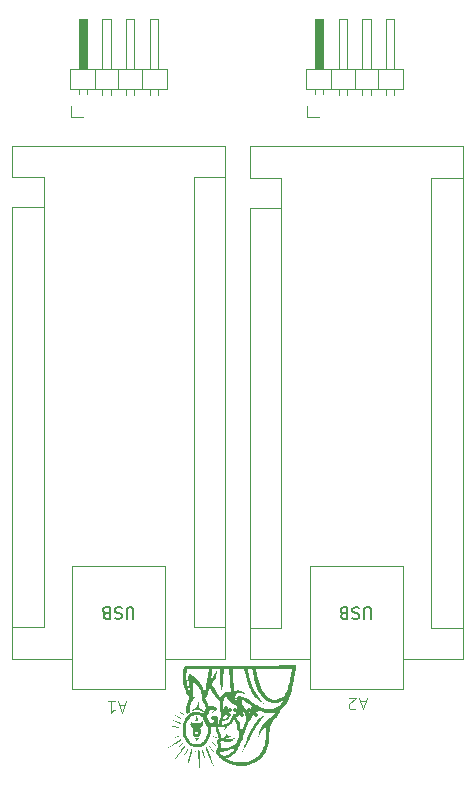
<source format=gbr>
%TF.GenerationSoftware,KiCad,Pcbnew,9.0.7-9.0.7~ubuntu24.04.1*%
%TF.CreationDate,2026-02-20T10:35:13-07:00*%
%TF.ProjectId,gazelem_main_motors_pcb_design,67617a65-6c65-46d5-9f6d-61696e5f6d6f,rev?*%
%TF.SameCoordinates,Original*%
%TF.FileFunction,Legend,Top*%
%TF.FilePolarity,Positive*%
%FSLAX46Y46*%
G04 Gerber Fmt 4.6, Leading zero omitted, Abs format (unit mm)*
G04 Created by KiCad (PCBNEW 9.0.7-9.0.7~ubuntu24.04.1) date 2026-02-20 10:35:13*
%MOMM*%
%LPD*%
G01*
G04 APERTURE LIST*
%ADD10C,0.100000*%
%ADD11C,0.150000*%
%ADD12C,0.300000*%
%ADD13C,0.120000*%
%ADD14C,0.000000*%
G04 APERTURE END LIST*
D10*
X180443734Y-118013295D02*
X179967544Y-118013295D01*
X180538972Y-117727580D02*
X180205639Y-118727580D01*
X180205639Y-118727580D02*
X179872306Y-117727580D01*
X179586591Y-118632342D02*
X179538972Y-118679961D01*
X179538972Y-118679961D02*
X179443734Y-118727580D01*
X179443734Y-118727580D02*
X179205639Y-118727580D01*
X179205639Y-118727580D02*
X179110401Y-118679961D01*
X179110401Y-118679961D02*
X179062782Y-118632342D01*
X179062782Y-118632342D02*
X179015163Y-118537104D01*
X179015163Y-118537104D02*
X179015163Y-118441866D01*
X179015163Y-118441866D02*
X179062782Y-118299009D01*
X179062782Y-118299009D02*
X179634210Y-117727580D01*
X179634210Y-117727580D02*
X179015163Y-117727580D01*
X160043734Y-118313295D02*
X159567544Y-118313295D01*
X160138972Y-118027580D02*
X159805639Y-119027580D01*
X159805639Y-119027580D02*
X159472306Y-118027580D01*
X158615163Y-118027580D02*
X159186591Y-118027580D01*
X158900877Y-118027580D02*
X158900877Y-119027580D01*
X158900877Y-119027580D02*
X158996115Y-118884723D01*
X158996115Y-118884723D02*
X159091353Y-118789485D01*
X159091353Y-118789485D02*
X159186591Y-118741866D01*
D11*
X160771904Y-111055180D02*
X160771904Y-110245657D01*
X160771904Y-110245657D02*
X160724285Y-110150419D01*
X160724285Y-110150419D02*
X160676666Y-110102800D01*
X160676666Y-110102800D02*
X160581428Y-110055180D01*
X160581428Y-110055180D02*
X160390952Y-110055180D01*
X160390952Y-110055180D02*
X160295714Y-110102800D01*
X160295714Y-110102800D02*
X160248095Y-110150419D01*
X160248095Y-110150419D02*
X160200476Y-110245657D01*
X160200476Y-110245657D02*
X160200476Y-111055180D01*
X159771904Y-110102800D02*
X159629047Y-110055180D01*
X159629047Y-110055180D02*
X159390952Y-110055180D01*
X159390952Y-110055180D02*
X159295714Y-110102800D01*
X159295714Y-110102800D02*
X159248095Y-110150419D01*
X159248095Y-110150419D02*
X159200476Y-110245657D01*
X159200476Y-110245657D02*
X159200476Y-110340895D01*
X159200476Y-110340895D02*
X159248095Y-110436133D01*
X159248095Y-110436133D02*
X159295714Y-110483752D01*
X159295714Y-110483752D02*
X159390952Y-110531371D01*
X159390952Y-110531371D02*
X159581428Y-110578990D01*
X159581428Y-110578990D02*
X159676666Y-110626609D01*
X159676666Y-110626609D02*
X159724285Y-110674228D01*
X159724285Y-110674228D02*
X159771904Y-110769466D01*
X159771904Y-110769466D02*
X159771904Y-110864704D01*
X159771904Y-110864704D02*
X159724285Y-110959942D01*
X159724285Y-110959942D02*
X159676666Y-111007561D01*
X159676666Y-111007561D02*
X159581428Y-111055180D01*
X159581428Y-111055180D02*
X159343333Y-111055180D01*
X159343333Y-111055180D02*
X159200476Y-111007561D01*
X158438571Y-110578990D02*
X158295714Y-110531371D01*
X158295714Y-110531371D02*
X158248095Y-110483752D01*
X158248095Y-110483752D02*
X158200476Y-110388514D01*
X158200476Y-110388514D02*
X158200476Y-110245657D01*
X158200476Y-110245657D02*
X158248095Y-110150419D01*
X158248095Y-110150419D02*
X158295714Y-110102800D01*
X158295714Y-110102800D02*
X158390952Y-110055180D01*
X158390952Y-110055180D02*
X158771904Y-110055180D01*
X158771904Y-110055180D02*
X158771904Y-111055180D01*
X158771904Y-111055180D02*
X158438571Y-111055180D01*
X158438571Y-111055180D02*
X158343333Y-111007561D01*
X158343333Y-111007561D02*
X158295714Y-110959942D01*
X158295714Y-110959942D02*
X158248095Y-110864704D01*
X158248095Y-110864704D02*
X158248095Y-110769466D01*
X158248095Y-110769466D02*
X158295714Y-110674228D01*
X158295714Y-110674228D02*
X158343333Y-110626609D01*
X158343333Y-110626609D02*
X158438571Y-110578990D01*
X158438571Y-110578990D02*
X158771904Y-110578990D01*
X180881904Y-111065180D02*
X180881904Y-110255657D01*
X180881904Y-110255657D02*
X180834285Y-110160419D01*
X180834285Y-110160419D02*
X180786666Y-110112800D01*
X180786666Y-110112800D02*
X180691428Y-110065180D01*
X180691428Y-110065180D02*
X180500952Y-110065180D01*
X180500952Y-110065180D02*
X180405714Y-110112800D01*
X180405714Y-110112800D02*
X180358095Y-110160419D01*
X180358095Y-110160419D02*
X180310476Y-110255657D01*
X180310476Y-110255657D02*
X180310476Y-111065180D01*
X179881904Y-110112800D02*
X179739047Y-110065180D01*
X179739047Y-110065180D02*
X179500952Y-110065180D01*
X179500952Y-110065180D02*
X179405714Y-110112800D01*
X179405714Y-110112800D02*
X179358095Y-110160419D01*
X179358095Y-110160419D02*
X179310476Y-110255657D01*
X179310476Y-110255657D02*
X179310476Y-110350895D01*
X179310476Y-110350895D02*
X179358095Y-110446133D01*
X179358095Y-110446133D02*
X179405714Y-110493752D01*
X179405714Y-110493752D02*
X179500952Y-110541371D01*
X179500952Y-110541371D02*
X179691428Y-110588990D01*
X179691428Y-110588990D02*
X179786666Y-110636609D01*
X179786666Y-110636609D02*
X179834285Y-110684228D01*
X179834285Y-110684228D02*
X179881904Y-110779466D01*
X179881904Y-110779466D02*
X179881904Y-110874704D01*
X179881904Y-110874704D02*
X179834285Y-110969942D01*
X179834285Y-110969942D02*
X179786666Y-111017561D01*
X179786666Y-111017561D02*
X179691428Y-111065180D01*
X179691428Y-111065180D02*
X179453333Y-111065180D01*
X179453333Y-111065180D02*
X179310476Y-111017561D01*
X178548571Y-110588990D02*
X178405714Y-110541371D01*
X178405714Y-110541371D02*
X178358095Y-110493752D01*
X178358095Y-110493752D02*
X178310476Y-110398514D01*
X178310476Y-110398514D02*
X178310476Y-110255657D01*
X178310476Y-110255657D02*
X178358095Y-110160419D01*
X178358095Y-110160419D02*
X178405714Y-110112800D01*
X178405714Y-110112800D02*
X178500952Y-110065180D01*
X178500952Y-110065180D02*
X178881904Y-110065180D01*
X178881904Y-110065180D02*
X178881904Y-111065180D01*
X178881904Y-111065180D02*
X178548571Y-111065180D01*
X178548571Y-111065180D02*
X178453333Y-111017561D01*
X178453333Y-111017561D02*
X178405714Y-110969942D01*
X178405714Y-110969942D02*
X178358095Y-110874704D01*
X178358095Y-110874704D02*
X178358095Y-110779466D01*
X178358095Y-110779466D02*
X178405714Y-110684228D01*
X178405714Y-110684228D02*
X178453333Y-110636609D01*
X178453333Y-110636609D02*
X178548571Y-110588990D01*
X178548571Y-110588990D02*
X178881904Y-110588990D01*
D12*
X167678572Y-118649757D02*
X167535715Y-118578328D01*
X167535715Y-118578328D02*
X167321429Y-118578328D01*
X167321429Y-118578328D02*
X167107143Y-118649757D01*
X167107143Y-118649757D02*
X166964286Y-118792614D01*
X166964286Y-118792614D02*
X166892857Y-118935471D01*
X166892857Y-118935471D02*
X166821429Y-119221185D01*
X166821429Y-119221185D02*
X166821429Y-119435471D01*
X166821429Y-119435471D02*
X166892857Y-119721185D01*
X166892857Y-119721185D02*
X166964286Y-119864042D01*
X166964286Y-119864042D02*
X167107143Y-120006900D01*
X167107143Y-120006900D02*
X167321429Y-120078328D01*
X167321429Y-120078328D02*
X167464286Y-120078328D01*
X167464286Y-120078328D02*
X167678572Y-120006900D01*
X167678572Y-120006900D02*
X167750000Y-119935471D01*
X167750000Y-119935471D02*
X167750000Y-119435471D01*
X167750000Y-119435471D02*
X167464286Y-119435471D01*
X168607143Y-118578328D02*
X168607143Y-118935471D01*
X168250000Y-118792614D02*
X168607143Y-118935471D01*
X168607143Y-118935471D02*
X168964286Y-118792614D01*
X168392857Y-119221185D02*
X168607143Y-118935471D01*
X168607143Y-118935471D02*
X168821429Y-119221185D01*
X169750000Y-118578328D02*
X169750000Y-118935471D01*
X169392857Y-118792614D02*
X169750000Y-118935471D01*
X169750000Y-118935471D02*
X170107143Y-118792614D01*
X169535714Y-119221185D02*
X169750000Y-118935471D01*
X169750000Y-118935471D02*
X169964286Y-119221185D01*
X170892857Y-118578328D02*
X170892857Y-118935471D01*
X170535714Y-118792614D02*
X170892857Y-118935471D01*
X170892857Y-118935471D02*
X171250000Y-118792614D01*
X170678571Y-119221185D02*
X170892857Y-118935471D01*
X170892857Y-118935471D02*
X171107143Y-119221185D01*
D13*
%TO.C,A1*%
X150490000Y-71010000D02*
X150490000Y-73680000D01*
X150490000Y-76220000D02*
X150490000Y-114450000D01*
X150490000Y-114450000D02*
X155570000Y-114450000D01*
X153160000Y-73680000D02*
X150490000Y-73680000D01*
X153160000Y-76220000D02*
X150490000Y-76220000D01*
X153160000Y-76220000D02*
X153160000Y-73680000D01*
X153160000Y-76220000D02*
X153160000Y-111780000D01*
X153160000Y-111780000D02*
X150490000Y-111780000D01*
X155570000Y-106570000D02*
X163450000Y-106570000D01*
X155570000Y-116990000D02*
X155570000Y-106570000D01*
X163450000Y-106570000D02*
X163450000Y-116990000D01*
X163450000Y-116990000D02*
X155570000Y-116990000D01*
X165860000Y-73680000D02*
X165860000Y-111780000D01*
X165860000Y-73680000D02*
X168530000Y-73680000D01*
X165860000Y-111780000D02*
X168530000Y-111780000D01*
X168530000Y-71010000D02*
X150490000Y-71010000D01*
X168530000Y-114450000D02*
X163450000Y-114450000D01*
X168530000Y-114450000D02*
X168530000Y-71010000D01*
%TO.C,J1*%
X155500000Y-68600000D02*
X155500000Y-67600000D01*
X156140000Y-66615000D02*
X156140000Y-66210000D01*
X156500000Y-68600000D02*
X155500000Y-68600000D01*
X156860000Y-66615000D02*
X156860000Y-66210000D01*
X157500000Y-66210000D02*
X157500000Y-64490000D01*
X158140000Y-60290000D02*
X158860000Y-60290000D01*
X158140000Y-64490000D02*
X158140000Y-60290000D01*
X158140000Y-66683144D02*
X158140000Y-66210000D01*
X158860000Y-60290000D02*
X158860000Y-64490000D01*
X158860000Y-66683144D02*
X158860000Y-66210000D01*
X159500000Y-66210000D02*
X159500000Y-64490000D01*
X160140000Y-60290000D02*
X160860000Y-60290000D01*
X160140000Y-64490000D02*
X160140000Y-60290000D01*
X160140000Y-66683144D02*
X160140000Y-66210000D01*
X160860000Y-60290000D02*
X160860000Y-64490000D01*
X160860000Y-66683144D02*
X160860000Y-66210000D01*
X161500000Y-66210000D02*
X161500000Y-64490000D01*
X162140000Y-60290000D02*
X162860000Y-60290000D01*
X162140000Y-64490000D02*
X162140000Y-60290000D01*
X162140000Y-66683144D02*
X162140000Y-66210000D01*
X162860000Y-60290000D02*
X162860000Y-64490000D01*
X162860000Y-66683144D02*
X162860000Y-66210000D01*
X155390000Y-66210000D02*
X163610000Y-66210000D01*
X163610000Y-64490000D01*
X155390000Y-64490000D01*
X155390000Y-66210000D01*
X156140000Y-64490000D02*
X156860000Y-64490000D01*
X156860000Y-60290000D01*
X156140000Y-60290000D01*
X156140000Y-64490000D01*
G36*
X156140000Y-64490000D02*
G01*
X156860000Y-64490000D01*
X156860000Y-60290000D01*
X156140000Y-60290000D01*
X156140000Y-64490000D01*
G37*
%TO.C,J2*%
X175500000Y-68600000D02*
X175500000Y-67600000D01*
X176140000Y-66615000D02*
X176140000Y-66210000D01*
X176500000Y-68600000D02*
X175500000Y-68600000D01*
X176860000Y-66615000D02*
X176860000Y-66210000D01*
X177500000Y-66210000D02*
X177500000Y-64490000D01*
X178140000Y-60290000D02*
X178860000Y-60290000D01*
X178140000Y-64490000D02*
X178140000Y-60290000D01*
X178140000Y-66683144D02*
X178140000Y-66210000D01*
X178860000Y-60290000D02*
X178860000Y-64490000D01*
X178860000Y-66683144D02*
X178860000Y-66210000D01*
X179500000Y-66210000D02*
X179500000Y-64490000D01*
X180140000Y-60290000D02*
X180860000Y-60290000D01*
X180140000Y-64490000D02*
X180140000Y-60290000D01*
X180140000Y-66683144D02*
X180140000Y-66210000D01*
X180860000Y-60290000D02*
X180860000Y-64490000D01*
X180860000Y-66683144D02*
X180860000Y-66210000D01*
X181500000Y-66210000D02*
X181500000Y-64490000D01*
X182140000Y-60290000D02*
X182860000Y-60290000D01*
X182140000Y-64490000D02*
X182140000Y-60290000D01*
X182140000Y-66683144D02*
X182140000Y-66210000D01*
X182860000Y-60290000D02*
X182860000Y-64490000D01*
X182860000Y-66683144D02*
X182860000Y-66210000D01*
X175390000Y-66210000D02*
X183610000Y-66210000D01*
X183610000Y-64490000D01*
X175390000Y-64490000D01*
X175390000Y-66210000D01*
X176140000Y-64490000D02*
X176860000Y-64490000D01*
X176860000Y-60290000D01*
X176140000Y-60290000D01*
X176140000Y-64490000D01*
G36*
X176140000Y-64490000D02*
G01*
X176860000Y-64490000D01*
X176860000Y-60290000D01*
X176140000Y-60290000D01*
X176140000Y-64490000D01*
G37*
%TO.C,A2*%
X170600000Y-71020000D02*
X170600000Y-73690000D01*
X170600000Y-76230000D02*
X170600000Y-114460000D01*
X170600000Y-114460000D02*
X175680000Y-114460000D01*
X173270000Y-73690000D02*
X170600000Y-73690000D01*
X173270000Y-76230000D02*
X170600000Y-76230000D01*
X173270000Y-76230000D02*
X173270000Y-73690000D01*
X173270000Y-76230000D02*
X173270000Y-111790000D01*
X173270000Y-111790000D02*
X170600000Y-111790000D01*
X175680000Y-106580000D02*
X183560000Y-106580000D01*
X175680000Y-117000000D02*
X175680000Y-106580000D01*
X183560000Y-106580000D02*
X183560000Y-117000000D01*
X183560000Y-117000000D02*
X175680000Y-117000000D01*
X185970000Y-73690000D02*
X185970000Y-111790000D01*
X185970000Y-73690000D02*
X188640000Y-73690000D01*
X185970000Y-111790000D02*
X188640000Y-111790000D01*
X188640000Y-71020000D02*
X170600000Y-71020000D01*
X188640000Y-114460000D02*
X183560000Y-114460000D01*
X188640000Y-114460000D02*
X188640000Y-71020000D01*
D14*
%TO.C,G\u002A\u002A\u002A*%
G36*
X174507955Y-115367928D02*
G01*
X174488631Y-115479861D01*
X174467792Y-115598560D01*
X174446052Y-115720469D01*
X174424028Y-115842032D01*
X174402335Y-115959691D01*
X174381589Y-116069889D01*
X174374810Y-116105290D01*
X174353773Y-116215624D01*
X174330886Y-116337377D01*
X174308090Y-116460108D01*
X174287328Y-116573374D01*
X174273791Y-116648452D01*
X174221897Y-116905792D01*
X174159804Y-117155478D01*
X174088726Y-117394089D01*
X174009872Y-117618201D01*
X173924456Y-117824392D01*
X173858700Y-117958304D01*
X173833688Y-118009241D01*
X173738780Y-118169324D01*
X173731474Y-118180317D01*
X173619935Y-118333133D01*
X173501424Y-118467025D01*
X173367379Y-118591609D01*
X173358582Y-118599060D01*
X173222328Y-118713900D01*
X173198482Y-118828250D01*
X173164100Y-118946491D01*
X173144990Y-118990328D01*
X173112021Y-119065955D01*
X173047430Y-119176172D01*
X172987902Y-119253277D01*
X172945230Y-119298180D01*
X172889226Y-119353237D01*
X172828426Y-119410189D01*
X172790464Y-119444240D01*
X172692792Y-119534089D01*
X172615036Y-119615769D01*
X172552296Y-119695302D01*
X172499670Y-119778713D01*
X172465996Y-119843106D01*
X172425410Y-119931770D01*
X172391093Y-120020016D01*
X172362425Y-120111411D01*
X172338786Y-120209521D01*
X172319557Y-120317912D01*
X172304118Y-120440150D01*
X172291849Y-120579801D01*
X172282130Y-120740431D01*
X172274342Y-120925606D01*
X172273466Y-120950872D01*
X172269536Y-121061299D01*
X172265549Y-121163793D01*
X172261682Y-121254503D01*
X172258110Y-121329577D01*
X172255010Y-121385165D01*
X172252559Y-121417415D01*
X172251870Y-121422566D01*
X172246602Y-121452210D01*
X172238195Y-121501585D01*
X172228086Y-121562203D01*
X172223064Y-121592717D01*
X172168172Y-121842273D01*
X172087737Y-122079945D01*
X171982777Y-122304342D01*
X171854314Y-122514078D01*
X171703367Y-122707764D01*
X171530956Y-122884011D01*
X171338101Y-123041433D01*
X171125823Y-123178639D01*
X171013616Y-123238778D01*
X170881639Y-123298874D01*
X170732637Y-123356412D01*
X170578131Y-123407353D01*
X170429647Y-123447658D01*
X170395249Y-123455504D01*
X170345366Y-123465723D01*
X170298117Y-123473511D01*
X170248463Y-123479190D01*
X170191367Y-123483087D01*
X170121788Y-123485524D01*
X170034688Y-123486827D01*
X169925028Y-123487319D01*
X169900506Y-123487349D01*
X169786691Y-123487191D01*
X169696379Y-123486288D01*
X169624488Y-123484310D01*
X169565937Y-123480928D01*
X169515646Y-123475812D01*
X169468531Y-123468632D01*
X169419512Y-123459060D01*
X169400225Y-123454922D01*
X169192093Y-123401707D01*
X168989445Y-123334705D01*
X168794601Y-123255476D01*
X168609879Y-123165582D01*
X168437598Y-123066582D01*
X168280076Y-122960037D01*
X168164579Y-122867499D01*
X168614088Y-122867499D01*
X168626620Y-122878689D01*
X168661171Y-122898225D01*
X168713128Y-122924058D01*
X168777879Y-122954140D01*
X168850811Y-122986424D01*
X168927312Y-123018861D01*
X169002769Y-123049405D01*
X169072569Y-123076006D01*
X169124766Y-123094237D01*
X169253668Y-123134989D01*
X169364501Y-123165742D01*
X169465451Y-123187817D01*
X169564700Y-123202532D01*
X169670434Y-123211208D01*
X169790835Y-123215162D01*
X169879066Y-123215824D01*
X170013362Y-123214555D01*
X170126139Y-123209828D01*
X170224358Y-123200659D01*
X170314981Y-123186064D01*
X170404969Y-123165059D01*
X170501283Y-123136660D01*
X170548575Y-123121196D01*
X170781173Y-123029588D01*
X170994936Y-122916990D01*
X171189224Y-122784040D01*
X171363394Y-122631380D01*
X171516804Y-122459650D01*
X171648812Y-122269489D01*
X171758778Y-122061538D01*
X171846058Y-121836437D01*
X171850456Y-121822724D01*
X171876949Y-121734304D01*
X171899532Y-121646955D01*
X171918651Y-121557081D01*
X171934749Y-121461085D01*
X171948272Y-121355369D01*
X171959663Y-121236336D01*
X171969367Y-121100389D01*
X171977829Y-120943932D01*
X171985492Y-120763367D01*
X171987299Y-120715025D01*
X171994970Y-120546577D01*
X172004863Y-120404059D01*
X172017290Y-120284878D01*
X172032565Y-120186440D01*
X172051000Y-120106151D01*
X172066633Y-120057513D01*
X172064328Y-120050245D01*
X172046529Y-120061441D01*
X172016419Y-120087919D01*
X171977179Y-120126499D01*
X171931990Y-120173999D01*
X171884035Y-120227238D01*
X171836494Y-120283034D01*
X171816464Y-120307653D01*
X171697603Y-120466743D01*
X171586760Y-120638026D01*
X171479702Y-120828244D01*
X171434981Y-120915138D01*
X171399018Y-120986443D01*
X171367518Y-121048354D01*
X171342702Y-121096550D01*
X171326790Y-121126712D01*
X171322044Y-121134889D01*
X171319290Y-121127997D01*
X171322922Y-121097221D01*
X171332214Y-121046365D01*
X171346443Y-120979235D01*
X171364885Y-120899635D01*
X171373759Y-120863208D01*
X171425070Y-120684915D01*
X171491430Y-120500321D01*
X171569266Y-120317654D01*
X171655008Y-120145136D01*
X171745082Y-119990995D01*
X171767082Y-119957450D01*
X171834078Y-119865790D01*
X171910912Y-119776700D01*
X172001071Y-119686829D01*
X172108040Y-119592828D01*
X172235306Y-119491345D01*
X172312955Y-119432804D01*
X172433628Y-119340920D01*
X172538077Y-119256553D01*
X172625057Y-119180927D01*
X172693325Y-119115267D01*
X172741637Y-119060797D01*
X172768748Y-119018743D01*
X172773415Y-118990328D01*
X172769290Y-118983603D01*
X172752911Y-118983214D01*
X172717303Y-118989150D01*
X172678649Y-118998046D01*
X172487036Y-119034004D01*
X172290753Y-119046736D01*
X172097056Y-119036155D01*
X171932446Y-119006993D01*
X171838161Y-118980225D01*
X171729098Y-118942921D01*
X171615212Y-118898885D01*
X171506454Y-118851923D01*
X171429938Y-118814861D01*
X171384009Y-118792152D01*
X171348744Y-118780163D01*
X171317914Y-118780511D01*
X171285292Y-118794817D01*
X171244647Y-118824700D01*
X171189751Y-118871778D01*
X171180823Y-118879614D01*
X171054312Y-119004737D01*
X170929400Y-119155613D01*
X170807818Y-119329409D01*
X170691472Y-119522998D01*
X170691297Y-119523290D01*
X170581570Y-119734423D01*
X170480367Y-119959973D01*
X170408758Y-120143275D01*
X170314377Y-120399555D01*
X170227999Y-120630837D01*
X170157309Y-120816615D01*
X170148687Y-120839274D01*
X170075504Y-121027022D01*
X170007510Y-121196234D01*
X169943769Y-121349066D01*
X169883342Y-121487672D01*
X169825292Y-121614206D01*
X169768682Y-121730822D01*
X169712572Y-121839676D01*
X169656027Y-121942922D01*
X169630232Y-121987366D01*
X169598107Y-122042715D01*
X169542024Y-122134570D01*
X169415126Y-122316810D01*
X169277264Y-122474973D01*
X169129422Y-122608239D01*
X168972584Y-122715789D01*
X168807733Y-122796804D01*
X168703424Y-122832912D01*
X168657853Y-122847452D01*
X168625663Y-122859983D01*
X168614088Y-122867499D01*
X168164579Y-122867499D01*
X168139631Y-122847510D01*
X168018583Y-122730559D01*
X167919250Y-122610746D01*
X167843951Y-122489631D01*
X167797099Y-122375808D01*
X167780936Y-122296848D01*
X168073579Y-122296848D01*
X168084753Y-122335810D01*
X168120571Y-122416245D01*
X168177727Y-122493377D01*
X168249272Y-122559774D01*
X168328255Y-122608007D01*
X168346496Y-122615656D01*
X168434998Y-122634920D01*
X168534691Y-122631524D01*
X168642099Y-122607349D01*
X168753748Y-122564275D01*
X168866164Y-122504181D01*
X168975871Y-122428948D01*
X169079394Y-122340455D01*
X169173260Y-122240583D01*
X169253992Y-122131211D01*
X169260318Y-122121249D01*
X169300836Y-122055807D01*
X169325981Y-122011967D01*
X169335968Y-121987366D01*
X169331009Y-121979640D01*
X169311320Y-121986427D01*
X169277112Y-122005363D01*
X169270441Y-122009283D01*
X169223160Y-122035208D01*
X169159983Y-122067225D01*
X169091284Y-122100154D01*
X169057815Y-122115471D01*
X168863654Y-122193858D01*
X168679060Y-122249492D01*
X168498195Y-122283700D01*
X168315224Y-122297812D01*
X168254488Y-122298294D01*
X168073579Y-122296848D01*
X167780936Y-122296848D01*
X167774037Y-122263143D01*
X167776394Y-122161255D01*
X167803882Y-122071284D01*
X167856213Y-121994372D01*
X167904028Y-121951462D01*
X167940294Y-121920399D01*
X167964562Y-121892098D01*
X167970850Y-121877111D01*
X167966641Y-121854957D01*
X167955122Y-121811525D01*
X167937952Y-121752681D01*
X167916792Y-121684293D01*
X167912176Y-121669825D01*
X167880869Y-121565628D01*
X167861358Y-121482571D01*
X167853305Y-121415905D01*
X167856376Y-121360886D01*
X167870233Y-121312766D01*
X167884789Y-121283074D01*
X167912317Y-121241799D01*
X167941594Y-121208962D01*
X167952113Y-121200556D01*
X167976634Y-121177451D01*
X167985144Y-121157701D01*
X167980787Y-121132991D01*
X167969055Y-121089516D01*
X167951951Y-121033203D01*
X167931480Y-120969975D01*
X167909646Y-120905757D01*
X167888452Y-120846473D01*
X167869904Y-120798047D01*
X167856006Y-120766405D01*
X167849642Y-120757173D01*
X167829032Y-120751782D01*
X167789385Y-120742045D01*
X167742150Y-120730749D01*
X167695774Y-120719531D01*
X167675844Y-120713681D01*
X167680915Y-120712302D01*
X167709542Y-120714496D01*
X167717126Y-120715205D01*
X167765990Y-120720963D01*
X167808256Y-120727819D01*
X167819500Y-120730279D01*
X167832393Y-120732779D01*
X167839937Y-120730029D01*
X167841422Y-120718199D01*
X167836138Y-120693461D01*
X167823375Y-120651983D01*
X167802424Y-120589936D01*
X167783128Y-120534014D01*
X167755384Y-120452400D01*
X167736350Y-120391790D01*
X167724766Y-120346400D01*
X167719369Y-120310443D01*
X167718896Y-120278134D01*
X167719161Y-120275057D01*
X167957950Y-120275057D01*
X167958778Y-120291771D01*
X167963077Y-120314051D01*
X167971852Y-120345558D01*
X167986106Y-120389954D01*
X168006843Y-120450900D01*
X168035067Y-120532058D01*
X168066008Y-120620572D01*
X168107765Y-120742411D01*
X168145227Y-120856361D01*
X168177502Y-120959368D01*
X168203697Y-121048376D01*
X168222921Y-121120333D01*
X168234283Y-121172184D01*
X168236890Y-121200875D01*
X168236257Y-121203631D01*
X168238838Y-121214355D01*
X168260291Y-121209638D01*
X168287340Y-121193030D01*
X168297247Y-121179503D01*
X168294180Y-121167017D01*
X168280116Y-121169699D01*
X168260510Y-121171603D01*
X168256725Y-121166359D01*
X168269025Y-121151095D01*
X168298040Y-121139611D01*
X168322216Y-121136691D01*
X168340340Y-121148089D01*
X168342487Y-121157288D01*
X168351066Y-121182546D01*
X168373640Y-121185794D01*
X168405468Y-121166611D01*
X168409235Y-121163203D01*
X168431372Y-121137376D01*
X168463369Y-121093540D01*
X168500570Y-121038311D01*
X168530930Y-120990394D01*
X168587051Y-120904319D01*
X168635044Y-120842585D01*
X168677180Y-120802906D01*
X168715730Y-120782992D01*
X168740236Y-120779566D01*
X168780185Y-120783580D01*
X168799368Y-120792845D01*
X168795293Y-120804053D01*
X168765978Y-120813796D01*
X168722440Y-120831224D01*
X168688068Y-120861164D01*
X168671626Y-120895538D01*
X168671244Y-120901114D01*
X168684306Y-120910258D01*
X168718957Y-120920784D01*
X168768393Y-120930740D01*
X168782020Y-120932875D01*
X168850725Y-120945135D01*
X168922332Y-120961187D01*
X168978559Y-120976727D01*
X169064322Y-121004168D01*
X168985706Y-121039843D01*
X168931996Y-121061740D01*
X168864556Y-121085828D01*
X168797334Y-121107145D01*
X168792741Y-121108480D01*
X168708145Y-121134759D01*
X168648272Y-121157577D01*
X168614190Y-121176442D01*
X168606966Y-121190862D01*
X168608853Y-121193183D01*
X168639199Y-121209920D01*
X168688360Y-121226472D01*
X168746653Y-121240383D01*
X168804396Y-121249202D01*
X168837202Y-121251041D01*
X168881764Y-121247369D01*
X168944813Y-121237419D01*
X169017352Y-121222788D01*
X169078616Y-121208160D01*
X169148856Y-121191116D01*
X169213744Y-121177282D01*
X169265622Y-121168176D01*
X169294857Y-121165279D01*
X169344789Y-121165279D01*
X169281041Y-121220452D01*
X169225796Y-121265580D01*
X169160573Y-121314736D01*
X169091901Y-121363416D01*
X169026307Y-121407118D01*
X168970318Y-121441339D01*
X168932994Y-121460539D01*
X168859243Y-121479364D01*
X168763631Y-121483747D01*
X168648888Y-121473827D01*
X168517745Y-121449745D01*
X168463056Y-121436624D01*
X168371473Y-121415053D01*
X168301374Y-121403487D01*
X168247396Y-121402112D01*
X168204173Y-121411115D01*
X168166341Y-121430682D01*
X168143797Y-121447738D01*
X168113854Y-121472594D01*
X168156792Y-121605093D01*
X168178853Y-121683946D01*
X168198947Y-121774540D01*
X168213449Y-121860074D01*
X168215731Y-121878302D01*
X168231731Y-122019013D01*
X168333564Y-122027419D01*
X168452433Y-122028883D01*
X168578763Y-122016293D01*
X168696363Y-121991349D01*
X168707404Y-121988126D01*
X168741562Y-121975375D01*
X168796314Y-121951990D01*
X168866728Y-121920210D01*
X168947875Y-121882277D01*
X169034822Y-121840429D01*
X169064748Y-121825748D01*
X169150522Y-121783641D01*
X169230128Y-121744906D01*
X169299137Y-121711671D01*
X169353122Y-121686063D01*
X169387655Y-121670209D01*
X169394894Y-121667130D01*
X169416542Y-121655253D01*
X169436625Y-121635224D01*
X169458457Y-121602208D01*
X169485352Y-121551369D01*
X169511804Y-121496602D01*
X169579046Y-121348395D01*
X169636147Y-121210037D01*
X169682112Y-121084450D01*
X169715948Y-120974555D01*
X169736660Y-120883271D01*
X169743275Y-120816615D01*
X169736387Y-120733636D01*
X169714067Y-120652079D01*
X169673833Y-120564647D01*
X169634889Y-120497976D01*
X169592816Y-120427986D01*
X169563723Y-120370661D01*
X169545224Y-120317396D01*
X169534935Y-120259587D01*
X169530472Y-120188628D01*
X169529496Y-120117692D01*
X169528331Y-120041152D01*
X169523840Y-119981085D01*
X169513563Y-119930589D01*
X169495035Y-119882762D01*
X169465794Y-119830703D01*
X169423378Y-119767509D01*
X169385613Y-119714463D01*
X169346867Y-119659045D01*
X169311951Y-119606430D01*
X169286172Y-119564728D01*
X169278523Y-119550815D01*
X169253613Y-119501518D01*
X169229265Y-119579403D01*
X169208535Y-119637929D01*
X169183705Y-119697612D01*
X169172297Y-119721609D01*
X169096098Y-119844150D01*
X168999353Y-119950268D01*
X168879796Y-120042170D01*
X168788039Y-120095717D01*
X168739158Y-120122975D01*
X168708136Y-120146852D01*
X168686868Y-120175937D01*
X168667252Y-120218816D01*
X168663770Y-120227420D01*
X168638665Y-120280522D01*
X168609379Y-120329205D01*
X168589856Y-120354298D01*
X168561891Y-120378161D01*
X168522690Y-120404657D01*
X168479654Y-120429689D01*
X168440184Y-120449160D01*
X168411681Y-120458970D01*
X168402395Y-120458088D01*
X168406678Y-120444466D01*
X168424137Y-120417006D01*
X168432973Y-120405012D01*
X168472639Y-120344103D01*
X168489766Y-120292637D01*
X168486063Y-120244914D01*
X168483469Y-120236719D01*
X168473534Y-120212844D01*
X168459704Y-120199858D01*
X168434124Y-120194454D01*
X168388941Y-120193326D01*
X168380397Y-120193322D01*
X168321353Y-120191167D01*
X168249185Y-120185484D01*
X168178966Y-120177475D01*
X168175315Y-120176971D01*
X168092785Y-120168935D01*
X168033489Y-120172187D01*
X167993960Y-120187818D01*
X167970725Y-120216914D01*
X167962695Y-120243678D01*
X167959590Y-120260246D01*
X167957950Y-120275057D01*
X167719161Y-120275057D01*
X167721278Y-120250478D01*
X167743800Y-120147005D01*
X167785659Y-120063756D01*
X167832284Y-120011838D01*
X167881883Y-119977606D01*
X167939971Y-119950806D01*
X167993874Y-119936943D01*
X168006584Y-119936129D01*
X168013551Y-119922605D01*
X168016853Y-119884901D01*
X168016482Y-119855620D01*
X168234182Y-119855620D01*
X168234656Y-119859038D01*
X168241527Y-119902388D01*
X168249212Y-119951232D01*
X168249627Y-119953883D01*
X168256979Y-119988295D01*
X168270790Y-120003533D01*
X168300580Y-120007385D01*
X168315150Y-120007485D01*
X168369772Y-120003341D01*
X168440969Y-119992342D01*
X168518181Y-119976636D01*
X168590851Y-119958372D01*
X168648420Y-119939700D01*
X168648619Y-119939621D01*
X168737120Y-119896655D01*
X168818578Y-119841706D01*
X168884114Y-119781140D01*
X168904085Y-119756487D01*
X168928974Y-119715779D01*
X168959244Y-119656707D01*
X168990711Y-119587845D01*
X169014171Y-119530863D01*
X169051992Y-119435474D01*
X169082977Y-119362064D01*
X169109592Y-119305580D01*
X169134304Y-119260970D01*
X169159579Y-119223181D01*
X169172976Y-119205548D01*
X169201198Y-119174442D01*
X169239350Y-119138473D01*
X169281708Y-119102251D01*
X169322548Y-119070387D01*
X169356144Y-119047492D01*
X169376773Y-119038177D01*
X169379827Y-119038934D01*
X169386228Y-119054974D01*
X169397944Y-119092855D01*
X169413243Y-119146717D01*
X169428492Y-119203439D01*
X169461510Y-119319030D01*
X169495293Y-119412906D01*
X169533233Y-119491820D01*
X169578720Y-119562525D01*
X169635143Y-119631773D01*
X169653935Y-119652439D01*
X169693462Y-119695801D01*
X169723191Y-119732477D01*
X169744427Y-119767494D01*
X169758472Y-119805878D01*
X169766629Y-119852658D01*
X169770202Y-119912859D01*
X169770495Y-119991510D01*
X169768810Y-120093637D01*
X169768776Y-120095395D01*
X169764716Y-120304803D01*
X169807597Y-120365443D01*
X169842468Y-120408912D01*
X169880418Y-120447839D01*
X169894569Y-120459786D01*
X169938659Y-120493489D01*
X170093452Y-120125416D01*
X170145341Y-120001890D01*
X170187213Y-119901067D01*
X170220088Y-119819281D01*
X170244987Y-119752865D01*
X170262930Y-119698153D01*
X170274939Y-119651477D01*
X170282033Y-119609170D01*
X170285234Y-119567566D01*
X170285560Y-119522998D01*
X170284035Y-119471799D01*
X170282970Y-119444462D01*
X170270521Y-119299206D01*
X170244114Y-119173076D01*
X170201683Y-119059204D01*
X170141163Y-118950719D01*
X170128973Y-118932387D01*
X170091480Y-118879392D01*
X170052659Y-118828097D01*
X170016709Y-118783650D01*
X169987830Y-118751200D01*
X169970219Y-118735895D01*
X169968278Y-118735340D01*
X169968123Y-118748542D01*
X169970931Y-118784208D01*
X169976179Y-118836426D01*
X169981278Y-118881851D01*
X169988612Y-118958597D01*
X169994122Y-119044024D01*
X169997686Y-119131818D01*
X169999183Y-119215665D01*
X169998492Y-119289250D01*
X169995492Y-119346260D01*
X169990816Y-119377806D01*
X169985260Y-119383972D01*
X169976560Y-119369711D01*
X169964046Y-119333085D01*
X169947045Y-119272156D01*
X169927144Y-119194102D01*
X169895899Y-119078445D01*
X169862133Y-118977416D01*
X169822835Y-118885628D01*
X169774993Y-118797698D01*
X169715595Y-118708239D01*
X169641630Y-118611867D01*
X169550087Y-118503195D01*
X169524243Y-118473637D01*
X169475290Y-118422808D01*
X169416045Y-118371040D01*
X169341686Y-118314458D01*
X169247392Y-118249188D01*
X169232739Y-118239411D01*
X169107739Y-118152009D01*
X169038231Y-118098104D01*
X169929094Y-118098104D01*
X169929094Y-118304200D01*
X170125633Y-118478246D01*
X170242229Y-118584106D01*
X170337828Y-118677026D01*
X170415132Y-118760058D01*
X170476842Y-118836253D01*
X170525658Y-118908663D01*
X170557165Y-118965761D01*
X170611942Y-119075204D01*
X170733391Y-118901699D01*
X170784247Y-118831875D01*
X170837727Y-118763223D01*
X170888098Y-118702816D01*
X170929629Y-118657727D01*
X170936588Y-118650963D01*
X170978122Y-118609796D01*
X170999504Y-118583058D01*
X171003016Y-118567461D01*
X170998076Y-118562393D01*
X170981153Y-118551320D01*
X170944274Y-118526176D01*
X170890865Y-118489332D01*
X170824356Y-118443159D01*
X170748175Y-118390029D01*
X170685728Y-118346325D01*
X170538955Y-118244798D01*
X170403934Y-118154107D01*
X170282298Y-118075245D01*
X170175682Y-118009205D01*
X170085722Y-117956981D01*
X170014051Y-117919568D01*
X169962304Y-117897958D01*
X169939814Y-117892832D01*
X169936016Y-117905982D01*
X169932809Y-117942705D01*
X169930456Y-117997989D01*
X169929218Y-118066821D01*
X169929094Y-118098104D01*
X169038231Y-118098104D01*
X168995303Y-118064813D01*
X168898664Y-117980664D01*
X168821058Y-117902405D01*
X168765717Y-117832878D01*
X168759868Y-117823904D01*
X168731002Y-117771748D01*
X168701752Y-117708842D01*
X168685129Y-117666882D01*
X168667593Y-117621654D01*
X168652595Y-117589520D01*
X168643518Y-117577546D01*
X168627050Y-117585308D01*
X168597217Y-117604779D01*
X168584685Y-117613781D01*
X168511748Y-117684761D01*
X168451667Y-117780235D01*
X168404764Y-117899000D01*
X168371360Y-118039858D01*
X168351775Y-118201609D01*
X168346332Y-118383051D01*
X168349558Y-118492347D01*
X168357558Y-118616022D01*
X168369161Y-118718632D01*
X168385868Y-118807620D01*
X168409177Y-118890431D01*
X168440587Y-118974507D01*
X168452206Y-119001997D01*
X168488390Y-119097275D01*
X168505843Y-119173918D01*
X168504753Y-119234722D01*
X168485307Y-119282481D01*
X168472213Y-119298792D01*
X168444148Y-119323611D01*
X168421366Y-119335501D01*
X168419422Y-119335678D01*
X168393150Y-119348818D01*
X168372022Y-119383759D01*
X168359189Y-119433787D01*
X168356781Y-119469125D01*
X168356781Y-119539037D01*
X168424115Y-119528939D01*
X168537743Y-119502228D01*
X168639218Y-119456520D01*
X168733405Y-119388872D01*
X168825169Y-119296339D01*
X168842769Y-119275658D01*
X168878571Y-119233665D01*
X168906900Y-119202283D01*
X168923356Y-119186308D01*
X168925644Y-119185320D01*
X168923316Y-119199697D01*
X168913293Y-119234110D01*
X168897604Y-119281714D01*
X168893939Y-119292289D01*
X168839203Y-119417953D01*
X168770523Y-119519158D01*
X168686204Y-119597209D01*
X168584548Y-119653413D01*
X168463859Y-119689075D01*
X168360350Y-119703085D01*
X168256715Y-119711443D01*
X168242397Y-119764619D01*
X168234429Y-119811807D01*
X168234182Y-119855620D01*
X168016482Y-119855620D01*
X168016123Y-119827232D01*
X168016103Y-119826772D01*
X168014538Y-119744280D01*
X168019359Y-119683259D01*
X168032328Y-119636970D01*
X168055208Y-119598675D01*
X168083980Y-119567164D01*
X168110946Y-119539557D01*
X168127575Y-119515471D01*
X168136937Y-119486364D01*
X168142103Y-119443696D01*
X168145098Y-119397196D01*
X168150499Y-119332091D01*
X168159437Y-119285772D01*
X168174463Y-119248455D01*
X168191103Y-119220729D01*
X168230354Y-119161416D01*
X168178464Y-119040628D01*
X168144710Y-118959326D01*
X168118405Y-118887675D01*
X168098577Y-118820057D01*
X168084252Y-118750857D01*
X168074456Y-118674457D01*
X168068215Y-118585242D01*
X168064555Y-118477594D01*
X168062822Y-118373598D01*
X168058830Y-118047591D01*
X167953916Y-117937639D01*
X167891675Y-117869266D01*
X167831642Y-117796200D01*
X167770812Y-117714205D01*
X167706176Y-117619046D01*
X167634729Y-117506488D01*
X167558323Y-117380453D01*
X167509385Y-117298924D01*
X167459063Y-117216007D01*
X167411781Y-117138928D01*
X167371964Y-117074917D01*
X167353555Y-117045880D01*
X167279120Y-116929842D01*
X167225100Y-116990715D01*
X167196973Y-117027060D01*
X167172703Y-117070491D01*
X167149092Y-117127806D01*
X167122945Y-117205804D01*
X167120927Y-117212245D01*
X167084855Y-117322638D01*
X167050864Y-117413566D01*
X167015140Y-117493538D01*
X166973868Y-117571061D01*
X166923233Y-117654644D01*
X166920888Y-117658344D01*
X166885798Y-117714374D01*
X166864170Y-117752418D01*
X166853906Y-117778474D01*
X166852907Y-117798536D01*
X166859073Y-117818601D01*
X166862208Y-117825981D01*
X166874455Y-117853231D01*
X166896429Y-117901229D01*
X166925755Y-117964822D01*
X166960059Y-118038860D01*
X166991478Y-118106415D01*
X167045369Y-118222130D01*
X167088501Y-118315385D01*
X167122120Y-118389665D01*
X167147469Y-118448455D01*
X167165794Y-118495240D01*
X167178340Y-118533506D01*
X167186352Y-118566737D01*
X167191074Y-118598419D01*
X167193752Y-118632037D01*
X167195630Y-118671076D01*
X167195978Y-118678918D01*
X167196954Y-118762047D01*
X167190904Y-118838452D01*
X167176311Y-118915950D01*
X167151662Y-119002360D01*
X167115443Y-119105499D01*
X167111078Y-119117160D01*
X167066954Y-119234546D01*
X166941215Y-119117669D01*
X166815475Y-119000793D01*
X166856442Y-118954135D01*
X166886431Y-118910982D01*
X166904509Y-118860183D01*
X166911940Y-118795474D01*
X166909986Y-118710590D01*
X166908854Y-118694269D01*
X166903389Y-118640634D01*
X166894317Y-118588597D01*
X166880200Y-118534348D01*
X166859603Y-118474074D01*
X166831088Y-118403964D01*
X166793220Y-118320208D01*
X166744562Y-118218994D01*
X166683678Y-118096511D01*
X166683228Y-118095615D01*
X166634672Y-117998651D01*
X166597667Y-117923596D01*
X166570829Y-117866866D01*
X166552774Y-117824875D01*
X166542120Y-117794040D01*
X166537483Y-117770776D01*
X166537480Y-117751496D01*
X166540727Y-117732617D01*
X166541626Y-117728654D01*
X166551871Y-117656750D01*
X166555180Y-117567750D01*
X166551882Y-117472207D01*
X166542307Y-117380673D01*
X166528589Y-117310425D01*
X166482563Y-117174006D01*
X166414217Y-117028801D01*
X166326463Y-116879455D01*
X166222217Y-116730616D01*
X166104392Y-116586927D01*
X166014724Y-116491221D01*
X165851674Y-116326843D01*
X165836602Y-116369724D01*
X165832820Y-116394795D01*
X165829516Y-116444584D01*
X165826705Y-116515226D01*
X165824402Y-116602855D01*
X165822625Y-116703606D01*
X165821388Y-116813613D01*
X165820708Y-116929010D01*
X165820600Y-117045932D01*
X165821081Y-117160513D01*
X165822166Y-117268889D01*
X165823872Y-117367193D01*
X165826213Y-117451559D01*
X165829206Y-117518123D01*
X165831743Y-117552532D01*
X165843647Y-117677603D01*
X165904303Y-117677603D01*
X165943785Y-117679499D01*
X165969814Y-117684249D01*
X165973715Y-117686358D01*
X165967809Y-117698352D01*
X165943500Y-117720384D01*
X165915349Y-117741152D01*
X165844802Y-117803610D01*
X165776958Y-117890079D01*
X165713498Y-117996006D01*
X165656099Y-118116833D01*
X165606442Y-118248004D01*
X165566204Y-118384963D01*
X165537065Y-118523154D01*
X165520704Y-118658020D01*
X165518799Y-118785005D01*
X165520571Y-118812480D01*
X165530262Y-118931913D01*
X165446251Y-118990449D01*
X165397877Y-119024545D01*
X165353573Y-119056435D01*
X165324485Y-119078042D01*
X165304606Y-119092259D01*
X165290569Y-119096280D01*
X165280337Y-119086370D01*
X165271876Y-119058794D01*
X165263149Y-119009817D01*
X165254031Y-118948765D01*
X165245180Y-118851421D01*
X165243286Y-118736650D01*
X165247945Y-118614650D01*
X165258756Y-118495618D01*
X165275317Y-118389751D01*
X165276256Y-118385144D01*
X165306915Y-118260501D01*
X165348040Y-118127859D01*
X165395790Y-117998258D01*
X165446324Y-117882737D01*
X165461770Y-117851865D01*
X165490798Y-117795117D01*
X165508037Y-117757177D01*
X165515092Y-117731599D01*
X165513569Y-117711933D01*
X165505073Y-117691734D01*
X165502766Y-117687233D01*
X165483595Y-117657240D01*
X165451128Y-117613387D01*
X165411041Y-117563194D01*
X165392241Y-117540793D01*
X165316430Y-117438742D01*
X165246604Y-117316670D01*
X165181954Y-117172676D01*
X165121670Y-117004861D01*
X165064943Y-116811327D01*
X165039936Y-116713609D01*
X165002332Y-116544887D01*
X164975807Y-116386118D01*
X164959121Y-116226756D01*
X164951030Y-116056253D01*
X164949786Y-115948059D01*
X164950956Y-115908767D01*
X165244326Y-115908767D01*
X165248833Y-116040314D01*
X165260863Y-116186289D01*
X165279591Y-116340370D01*
X165304195Y-116496232D01*
X165333852Y-116647552D01*
X165367737Y-116788004D01*
X165384921Y-116848565D01*
X165403807Y-116907069D01*
X165427575Y-116974129D01*
X165454256Y-117044932D01*
X165481878Y-117114671D01*
X165508471Y-117178534D01*
X165532065Y-117231713D01*
X165550689Y-117269397D01*
X165562373Y-117286777D01*
X165564558Y-117287084D01*
X165563975Y-117271913D01*
X165559040Y-117232844D01*
X165550388Y-117174128D01*
X165538652Y-117100016D01*
X165524467Y-117014759D01*
X165520216Y-116989897D01*
X165492616Y-116824857D01*
X165470695Y-116682338D01*
X165453897Y-116556959D01*
X165441669Y-116443342D01*
X165433454Y-116336106D01*
X165428698Y-116229872D01*
X165426845Y-116119261D01*
X165426772Y-116084276D01*
X165427191Y-115979076D01*
X165429104Y-115899048D01*
X165433789Y-115840776D01*
X165442523Y-115800845D01*
X165456585Y-115775841D01*
X165477252Y-115762347D01*
X165505801Y-115756950D01*
X165543510Y-115756232D01*
X165549467Y-115756309D01*
X165617142Y-115762965D01*
X165684838Y-115782195D01*
X165755362Y-115815813D01*
X165831520Y-115865633D01*
X165916117Y-115933468D01*
X166011959Y-116021132D01*
X166110663Y-116119003D01*
X166212270Y-116227116D01*
X166312026Y-116341686D01*
X166404090Y-116455629D01*
X166482620Y-116561862D01*
X166513115Y-116606994D01*
X166578602Y-116716419D01*
X166640476Y-116836350D01*
X166695860Y-116959950D01*
X166741877Y-117080383D01*
X166775650Y-117190812D01*
X166792446Y-117270791D01*
X166799142Y-117310352D01*
X166804705Y-117324795D01*
X166811293Y-117317396D01*
X166815752Y-117306238D01*
X166822036Y-117281906D01*
X166832083Y-117234264D01*
X166844946Y-117168200D01*
X166859678Y-117088601D01*
X166875331Y-117000355D01*
X166877979Y-116985058D01*
X166897496Y-116872672D01*
X166916247Y-116766530D01*
X166935287Y-116660887D01*
X166955673Y-116549998D01*
X166978459Y-116428116D01*
X167004703Y-116289497D01*
X167023496Y-116191052D01*
X167317549Y-116191052D01*
X167317719Y-116207238D01*
X167330635Y-116201440D01*
X167354533Y-116176306D01*
X167387647Y-116134482D01*
X167428211Y-116078616D01*
X167474459Y-116011353D01*
X167524626Y-115935341D01*
X167576946Y-115853227D01*
X167629655Y-115767657D01*
X167680986Y-115681279D01*
X167729174Y-115596738D01*
X167772453Y-115516682D01*
X167789510Y-115483512D01*
X167811160Y-115440630D01*
X167821396Y-115481173D01*
X167826245Y-115527592D01*
X167824194Y-115594661D01*
X167815931Y-115675470D01*
X167802148Y-115763107D01*
X167785128Y-115844068D01*
X167722238Y-116046174D01*
X167631820Y-116242031D01*
X167514491Y-116430377D01*
X167463708Y-116498778D01*
X167432347Y-116540427D01*
X167409382Y-116573336D01*
X167399244Y-116591110D01*
X167399100Y-116591965D01*
X167407298Y-116606672D01*
X167429533Y-116638943D01*
X167462267Y-116683794D01*
X167496274Y-116728831D01*
X167538441Y-116784539D01*
X167574468Y-116834096D01*
X167607940Y-116883031D01*
X167642442Y-116936872D01*
X167681559Y-117001149D01*
X167728875Y-117081390D01*
X167763904Y-117141587D01*
X167826927Y-117249788D01*
X167878485Y-117337182D01*
X167921137Y-117407872D01*
X167957447Y-117465960D01*
X167989974Y-117515549D01*
X168021281Y-117560742D01*
X168051943Y-117602959D01*
X168131314Y-117710286D01*
X168175074Y-117633196D01*
X168223346Y-117562717D01*
X168289160Y-117486576D01*
X168365331Y-117411617D01*
X168444671Y-117344682D01*
X168519995Y-117292616D01*
X168549984Y-117276194D01*
X168608956Y-117249352D01*
X168657007Y-117234457D01*
X168707428Y-117228258D01*
X168749559Y-117227349D01*
X168806509Y-117228870D01*
X168845799Y-117235339D01*
X168878278Y-117249619D01*
X168907091Y-117268913D01*
X168947548Y-117302720D01*
X168994156Y-117348004D01*
X169028588Y-117385590D01*
X169060789Y-117422471D01*
X169084681Y-117448471D01*
X169095349Y-117458252D01*
X169095457Y-117458211D01*
X169093573Y-117444190D01*
X169086369Y-117408844D01*
X169075197Y-117358642D01*
X169069577Y-117334388D01*
X169041942Y-117209090D01*
X169017284Y-117080751D01*
X168995332Y-116946619D01*
X168975812Y-116803945D01*
X168958452Y-116649979D01*
X168942981Y-116481970D01*
X168929125Y-116297168D01*
X168916612Y-116092824D01*
X168905170Y-115866186D01*
X168894527Y-115614506D01*
X168891576Y-115537113D01*
X168885095Y-115363419D01*
X169205720Y-115363419D01*
X169206174Y-115427188D01*
X169207525Y-115508827D01*
X169209667Y-115604773D01*
X169212490Y-115711462D01*
X169215888Y-115825331D01*
X169219752Y-115942817D01*
X169223975Y-116060355D01*
X169228449Y-116174381D01*
X169233068Y-116281333D01*
X169237722Y-116377647D01*
X169242304Y-116459759D01*
X169243379Y-116476927D01*
X169250528Y-116574289D01*
X169259564Y-116675967D01*
X169269974Y-116778005D01*
X169281242Y-116876445D01*
X169292855Y-116967329D01*
X169304300Y-117046698D01*
X169315061Y-117110597D01*
X169324624Y-117155065D01*
X169332477Y-117176147D01*
X169334354Y-117177321D01*
X169348025Y-117172978D01*
X169381185Y-117161646D01*
X169422129Y-117147364D01*
X169556063Y-117114744D01*
X169692280Y-117110349D01*
X169831175Y-117134221D01*
X169973143Y-117186401D01*
X170018720Y-117208788D01*
X170069168Y-117238173D01*
X170124735Y-117275538D01*
X170180281Y-117316767D01*
X170230669Y-117357744D01*
X170270758Y-117394351D01*
X170295409Y-117422473D01*
X170300732Y-117434670D01*
X170288056Y-117434681D01*
X170253382Y-117426709D01*
X170201732Y-117412092D01*
X170138135Y-117392167D01*
X170125633Y-117388063D01*
X170048219Y-117363214D01*
X169988637Y-117346624D01*
X169937899Y-117336651D01*
X169887022Y-117331651D01*
X169827018Y-117329980D01*
X169807597Y-117329886D01*
X169731001Y-117331231D01*
X169672947Y-117336584D01*
X169623508Y-117347364D01*
X169578897Y-117362602D01*
X169485985Y-117410841D01*
X169433832Y-117458211D01*
X169416737Y-117473738D01*
X169371526Y-117549377D01*
X169350724Y-117635840D01*
X169354704Y-117731212D01*
X169383837Y-117833576D01*
X169438496Y-117941015D01*
X169460097Y-117974198D01*
X169486182Y-118008769D01*
X169507463Y-118030773D01*
X169515262Y-118034947D01*
X169525532Y-118022474D01*
X169528417Y-117990188D01*
X169524300Y-117945786D01*
X169513564Y-117896968D01*
X169507428Y-117877715D01*
X169488453Y-117799324D01*
X169492535Y-117733180D01*
X169518671Y-117676143D01*
X169561510Y-117631879D01*
X169620281Y-117605184D01*
X169698139Y-117595046D01*
X169765074Y-117597211D01*
X169856751Y-117609895D01*
X169955860Y-117634405D01*
X170064275Y-117671642D01*
X170183869Y-117722505D01*
X170316516Y-117787893D01*
X170464089Y-117868708D01*
X170628462Y-117965848D01*
X170811509Y-118080214D01*
X170929657Y-118156547D01*
X171054373Y-118237086D01*
X171176972Y-118314587D01*
X171293510Y-118386653D01*
X171400046Y-118450891D01*
X171492637Y-118504905D01*
X171567341Y-118546301D01*
X171594316Y-118560297D01*
X171610652Y-118567461D01*
X171749912Y-118628532D01*
X171909607Y-118679900D01*
X172067632Y-118713165D01*
X172218216Y-118727088D01*
X172346478Y-118721599D01*
X172551999Y-118683543D01*
X172743661Y-118620889D01*
X172921885Y-118533357D01*
X173087098Y-118420668D01*
X173239722Y-118282542D01*
X173380181Y-118118701D01*
X173480320Y-117974830D01*
X173489616Y-117958304D01*
X173487924Y-117952339D01*
X173471864Y-117958094D01*
X173438054Y-117976730D01*
X173387870Y-118006547D01*
X173210629Y-118098989D01*
X173034058Y-118162879D01*
X172858199Y-118198211D01*
X172683094Y-118204983D01*
X172508784Y-118183190D01*
X172335311Y-118132829D01*
X172274709Y-118108413D01*
X172108410Y-118023476D01*
X171952585Y-117916460D01*
X171805774Y-117785982D01*
X171666517Y-117630663D01*
X171533353Y-117449121D01*
X171465829Y-117343569D01*
X171355994Y-117146312D01*
X171252758Y-116925535D01*
X171157644Y-116685849D01*
X171072174Y-116431867D01*
X170997870Y-116168201D01*
X170936256Y-115899464D01*
X170888852Y-115630268D01*
X170880188Y-115569274D01*
X170870402Y-115497599D01*
X170861325Y-115432062D01*
X170854017Y-115380265D01*
X170849770Y-115351294D01*
X170842599Y-115304840D01*
X170655460Y-115304840D01*
X170468321Y-115304840D01*
X170477471Y-115382698D01*
X170490224Y-115473318D01*
X170509257Y-115584753D01*
X170533226Y-115710264D01*
X170560788Y-115843115D01*
X170590598Y-115976568D01*
X170621310Y-116103885D01*
X170621664Y-116105290D01*
X170718274Y-116443850D01*
X170832320Y-116760796D01*
X170964707Y-117057840D01*
X171116340Y-117336690D01*
X171288126Y-117599058D01*
X171480968Y-117846654D01*
X171633679Y-118017071D01*
X171693004Y-118079760D01*
X171750289Y-118140491D01*
X171800460Y-118193873D01*
X171838444Y-118234511D01*
X171850844Y-118247893D01*
X171908779Y-118310755D01*
X171823016Y-118263537D01*
X171593842Y-118122337D01*
X171381445Y-117960164D01*
X171185606Y-117776651D01*
X171006106Y-117571435D01*
X170842726Y-117344150D01*
X170695247Y-117094430D01*
X170563449Y-116821911D01*
X170447113Y-116526228D01*
X170346021Y-116207014D01*
X170259952Y-115863906D01*
X170199385Y-115558554D01*
X170153312Y-115297693D01*
X171179797Y-115297693D01*
X171184121Y-115376308D01*
X171189364Y-115435589D01*
X171199319Y-115516485D01*
X171212968Y-115612604D01*
X171229292Y-115717552D01*
X171247273Y-115824938D01*
X171265894Y-115928369D01*
X171284136Y-116021453D01*
X171294704Y-116070690D01*
X171364295Y-116337177D01*
X171450593Y-116592904D01*
X171552132Y-116834854D01*
X171667446Y-117060011D01*
X171795071Y-117265360D01*
X171933541Y-117447884D01*
X172000560Y-117523441D01*
X172139678Y-117656618D01*
X172281504Y-117761387D01*
X172425986Y-117837735D01*
X172573073Y-117885650D01*
X172722714Y-117905121D01*
X172874857Y-117896137D01*
X173029452Y-117858685D01*
X173182775Y-117794608D01*
X173292765Y-117733214D01*
X173392600Y-117663828D01*
X173483245Y-117584578D01*
X173565662Y-117493591D01*
X173640814Y-117388995D01*
X173709664Y-117268916D01*
X173773176Y-117131481D01*
X173832313Y-116974818D01*
X173888037Y-116797054D01*
X173941312Y-116596316D01*
X173993100Y-116370732D01*
X174044143Y-116119584D01*
X174064512Y-116012721D01*
X174085358Y-115901148D01*
X174106005Y-115788704D01*
X174125774Y-115679227D01*
X174143988Y-115576555D01*
X174159970Y-115484528D01*
X174173042Y-115406983D01*
X174182527Y-115347760D01*
X174187748Y-115310697D01*
X174188556Y-115301201D01*
X174174584Y-115299766D01*
X174133890Y-115298456D01*
X174068339Y-115297278D01*
X173979796Y-115296241D01*
X173870126Y-115295354D01*
X173741195Y-115294626D01*
X173594868Y-115294066D01*
X173433009Y-115293683D01*
X173257485Y-115293485D01*
X173070160Y-115293482D01*
X172872900Y-115293682D01*
X172684215Y-115294054D01*
X171179797Y-115297693D01*
X170153312Y-115297693D01*
X170152050Y-115290546D01*
X169684072Y-115290546D01*
X169562980Y-115290939D01*
X169454988Y-115292064D01*
X169362957Y-115293842D01*
X169289748Y-115296194D01*
X169238223Y-115299040D01*
X169211242Y-115302302D01*
X169207934Y-115303749D01*
X169206270Y-115321085D01*
X169205720Y-115363419D01*
X168885095Y-115363419D01*
X168882376Y-115290546D01*
X168669879Y-115290546D01*
X168587935Y-115290693D01*
X168530156Y-115291567D01*
X168492119Y-115293816D01*
X168469402Y-115298087D01*
X168457583Y-115305030D01*
X168452240Y-115315291D01*
X168450432Y-115322707D01*
X168446952Y-115346318D01*
X168441272Y-115393552D01*
X168433927Y-115459575D01*
X168425451Y-115539552D01*
X168416379Y-115628649D01*
X168414466Y-115647890D01*
X168393054Y-115864988D01*
X168374387Y-116056253D01*
X168358230Y-116224285D01*
X168344347Y-116371682D01*
X168332503Y-116501044D01*
X168322462Y-116614970D01*
X168313989Y-116716059D01*
X168306847Y-116806909D01*
X168300803Y-116890121D01*
X168297575Y-116937901D01*
X168291658Y-117021814D01*
X168285710Y-117094978D01*
X168280157Y-117152984D01*
X168275421Y-117191424D01*
X168271925Y-117205891D01*
X168271829Y-117205909D01*
X168263232Y-117192714D01*
X168250464Y-117156468D01*
X168234818Y-117102180D01*
X168217588Y-117034861D01*
X168200067Y-116959520D01*
X168183549Y-116881165D01*
X168171528Y-116817443D01*
X168157054Y-116731384D01*
X168144951Y-116648607D01*
X168134951Y-116565141D01*
X168126782Y-116477013D01*
X168120175Y-116380253D01*
X168114859Y-116270888D01*
X168110565Y-116144947D01*
X168107022Y-115998459D01*
X168103960Y-115827451D01*
X168103890Y-115822988D01*
X168095537Y-115290546D01*
X167761612Y-115290546D01*
X167427687Y-115290546D01*
X167427687Y-115304840D01*
X167427687Y-115388120D01*
X167423601Y-115501728D01*
X167412030Y-115635084D01*
X167394011Y-115780646D01*
X167370578Y-115930871D01*
X167342764Y-116078219D01*
X167317549Y-116191052D01*
X167023496Y-116191052D01*
X167034410Y-116133877D01*
X167054918Y-116019493D01*
X167075638Y-115890990D01*
X167095341Y-115757058D01*
X167112798Y-115626383D01*
X167126781Y-115507654D01*
X167135004Y-115422763D01*
X167144787Y-115304840D01*
X166243347Y-115304840D01*
X165341907Y-115304840D01*
X165319488Y-115379882D01*
X165298254Y-115463876D01*
X165278300Y-115566604D01*
X165261305Y-115678214D01*
X165248952Y-115788855D01*
X165248163Y-115797974D01*
X165244326Y-115908767D01*
X164950956Y-115908767D01*
X164955849Y-115744388D01*
X164974921Y-115561929D01*
X165007827Y-115396030D01*
X165055395Y-115242040D01*
X165090730Y-115154755D01*
X165097975Y-115135980D01*
X165103260Y-115119174D01*
X165108112Y-115104226D01*
X165114061Y-115091025D01*
X165122636Y-115079459D01*
X165135366Y-115069416D01*
X165153780Y-115060785D01*
X165179407Y-115053454D01*
X165213775Y-115047311D01*
X165258414Y-115042245D01*
X165314853Y-115038145D01*
X165384620Y-115034898D01*
X165469245Y-115032393D01*
X165570257Y-115030519D01*
X165689185Y-115029163D01*
X165827557Y-115028215D01*
X165986902Y-115027562D01*
X166168750Y-115027094D01*
X166374630Y-115026697D01*
X166606070Y-115026262D01*
X166858882Y-115025690D01*
X167047954Y-115025194D01*
X167263113Y-115024604D01*
X167501856Y-115023928D01*
X167761682Y-115023174D01*
X168040092Y-115022349D01*
X168334582Y-115021462D01*
X168642653Y-115020520D01*
X168961803Y-115019531D01*
X169289531Y-115018502D01*
X169623335Y-115017442D01*
X169960715Y-115016359D01*
X170299169Y-115015259D01*
X170636197Y-115014151D01*
X170969295Y-115013043D01*
X171295965Y-115011943D01*
X171547862Y-115011084D01*
X174560270Y-115000751D01*
X174560270Y-115034265D01*
X174557767Y-115059009D01*
X174550668Y-115108303D01*
X174539589Y-115178593D01*
X174525146Y-115266320D01*
X174519245Y-115301201D01*
X174507955Y-115367928D01*
G37*
G36*
X166288031Y-118054519D02*
G01*
X166291119Y-118088089D01*
X166293887Y-118138890D01*
X166295442Y-118182890D01*
X166299405Y-118254365D01*
X166306577Y-118324227D01*
X166315716Y-118381626D01*
X166320498Y-118401779D01*
X166356948Y-118484828D01*
X166418261Y-118569411D01*
X166501274Y-118651433D01*
X166534080Y-118678165D01*
X166601658Y-118731077D01*
X166649717Y-118770362D01*
X166681560Y-118799609D01*
X166700490Y-118822408D01*
X166709809Y-118842350D01*
X166712821Y-118863022D01*
X166712999Y-118872612D01*
X166710686Y-118905103D01*
X166705019Y-118920875D01*
X166704051Y-118921159D01*
X166687682Y-118916171D01*
X166651201Y-118902792D01*
X166600978Y-118883398D01*
X166571323Y-118871636D01*
X166461502Y-118830719D01*
X166366195Y-118803077D01*
X166275612Y-118786928D01*
X166179963Y-118780491D01*
X166076927Y-118781696D01*
X165995994Y-118785710D01*
X165932905Y-118792055D01*
X165876919Y-118802677D01*
X165817295Y-118819523D01*
X165757315Y-118839639D01*
X165693304Y-118861529D01*
X165652568Y-118874166D01*
X165631561Y-118878186D01*
X165626739Y-118874230D01*
X165634555Y-118862934D01*
X165635818Y-118861511D01*
X165656904Y-118843332D01*
X165697022Y-118813268D01*
X165751171Y-118774910D01*
X165814346Y-118731850D01*
X165843124Y-118712726D01*
X165910872Y-118666431D01*
X165973608Y-118620587D01*
X166025620Y-118579579D01*
X166061199Y-118547790D01*
X166068928Y-118539395D01*
X166115199Y-118472743D01*
X166161781Y-118385989D01*
X166204794Y-118287308D01*
X166240356Y-118184878D01*
X166245435Y-118167493D01*
X166261238Y-118113500D01*
X166274610Y-118071027D01*
X166283386Y-118046834D01*
X166285049Y-118043855D01*
X166288031Y-118054519D01*
G37*
G36*
X167819205Y-118589324D02*
G01*
X167803166Y-118610990D01*
X167774471Y-118646593D01*
X167759468Y-118664960D01*
X167704611Y-118730124D01*
X167643660Y-118799300D01*
X167580356Y-118868573D01*
X167518439Y-118934030D01*
X167461652Y-118991758D01*
X167413737Y-119037841D01*
X167378434Y-119068368D01*
X167365132Y-119077445D01*
X167332691Y-119089689D01*
X167311997Y-119082722D01*
X167310829Y-119081600D01*
X167312924Y-119064413D01*
X167334521Y-119031556D01*
X167373144Y-118985641D01*
X167426317Y-118929281D01*
X167491567Y-118865088D01*
X167566417Y-118795675D01*
X167648392Y-118723655D01*
X167656387Y-118716835D01*
X167726418Y-118657339D01*
X167776195Y-118615604D01*
X167807239Y-118590867D01*
X167821070Y-118582362D01*
X167819205Y-118589324D01*
G37*
G36*
X164658407Y-118797947D02*
G01*
X164692137Y-118821052D01*
X164744588Y-118863295D01*
X164747608Y-118865833D01*
X164817813Y-118927040D01*
X164885184Y-118989603D01*
X164945198Y-119049000D01*
X164993330Y-119100707D01*
X165025055Y-119140203D01*
X165030401Y-119148491D01*
X165045445Y-119178236D01*
X165044295Y-119195710D01*
X165033559Y-119206971D01*
X165020434Y-119212011D01*
X165001998Y-119205607D01*
X164974059Y-119185020D01*
X164932426Y-119147512D01*
X164910215Y-119126407D01*
X164854991Y-119069780D01*
X164795008Y-119002276D01*
X164736582Y-118931545D01*
X164686031Y-118865237D01*
X164649670Y-118811003D01*
X164649302Y-118810383D01*
X164643946Y-118794287D01*
X164658407Y-118797947D01*
G37*
G36*
X167321877Y-120513049D02*
G01*
X167301109Y-120747843D01*
X167261690Y-120943725D01*
X167201679Y-121133717D01*
X167123052Y-121306780D01*
X167027357Y-121461613D01*
X166916144Y-121596913D01*
X166790962Y-121711379D01*
X166653360Y-121803710D01*
X166504887Y-121872604D01*
X166347093Y-121916760D01*
X166181528Y-121934876D01*
X166084123Y-121933041D01*
X165904371Y-121908086D01*
X165737090Y-121857623D01*
X165582865Y-121782143D01*
X165442286Y-121682141D01*
X165315938Y-121558107D01*
X165204409Y-121410536D01*
X165108287Y-121239918D01*
X165028497Y-121047711D01*
X164993937Y-120940993D01*
X164968548Y-120839905D01*
X164951214Y-120736907D01*
X164940817Y-120624455D01*
X164936239Y-120495010D01*
X164935783Y-120422003D01*
X164936896Y-120387029D01*
X165184639Y-120387029D01*
X165190113Y-120583583D01*
X165204556Y-120700732D01*
X165215613Y-120765775D01*
X165226338Y-120818602D01*
X165239112Y-120867937D01*
X165256314Y-120922502D01*
X165280325Y-120991020D01*
X165294261Y-121029488D01*
X165363576Y-121183222D01*
X165452750Y-121321129D01*
X165559347Y-121440791D01*
X165680934Y-121539787D01*
X165815074Y-121615697D01*
X165925864Y-121657036D01*
X166023798Y-121675692D01*
X166136015Y-121680569D01*
X166251920Y-121671973D01*
X166360916Y-121650208D01*
X166382181Y-121643916D01*
X166521573Y-121585504D01*
X166646598Y-121502803D01*
X166757375Y-121395668D01*
X166854022Y-121263954D01*
X166936654Y-121107515D01*
X167005391Y-120926207D01*
X167029853Y-120843669D01*
X167041298Y-120798529D01*
X167049637Y-120754975D01*
X167055346Y-120707214D01*
X167058897Y-120649454D01*
X167060765Y-120575903D01*
X167061425Y-120480768D01*
X167061455Y-120457738D01*
X167060034Y-120330404D01*
X167054837Y-120224364D01*
X167044727Y-120132446D01*
X167028567Y-120047477D01*
X167005222Y-119962285D01*
X166973554Y-119869700D01*
X166964338Y-119844913D01*
X166895529Y-119694906D01*
X166808296Y-119558313D01*
X166705571Y-119438062D01*
X166590285Y-119337079D01*
X166465372Y-119258289D01*
X166333762Y-119204619D01*
X166318377Y-119200202D01*
X166241763Y-119186415D01*
X166149668Y-119180682D01*
X166054039Y-119182994D01*
X165966822Y-119193341D01*
X165933913Y-119200508D01*
X165800793Y-119249106D01*
X165673064Y-119322405D01*
X165555578Y-119416522D01*
X165453192Y-119527577D01*
X165371608Y-119650141D01*
X165295353Y-119815534D01*
X165238168Y-119997290D01*
X165200961Y-120189693D01*
X165184639Y-120387029D01*
X164936896Y-120387029D01*
X164941832Y-120231868D01*
X164960536Y-120061801D01*
X164993364Y-119905562D01*
X165041784Y-119756912D01*
X165107264Y-119609611D01*
X165142888Y-119541736D01*
X165238697Y-119387852D01*
X165345095Y-119258422D01*
X165465286Y-119150283D01*
X165602474Y-119060272D01*
X165662409Y-119028841D01*
X165822296Y-118965690D01*
X165988349Y-118930331D01*
X166159494Y-118922902D01*
X166334215Y-118943450D01*
X166401429Y-118961663D01*
X166482664Y-118991518D01*
X166567858Y-119029260D01*
X166580039Y-119035212D01*
X166733969Y-119127176D01*
X166871857Y-119242326D01*
X166992859Y-119379636D01*
X167096133Y-119538080D01*
X167180834Y-119716633D01*
X167213673Y-119806264D01*
X167278127Y-120041512D01*
X167314206Y-120277355D01*
X167320077Y-120457738D01*
X167321877Y-120513049D01*
G37*
G36*
X164199247Y-119071148D02*
G01*
X164231267Y-119088996D01*
X164275662Y-119114456D01*
X164290208Y-119122908D01*
X164344511Y-119155639D01*
X164412142Y-119198048D01*
X164488156Y-119246861D01*
X164567612Y-119298805D01*
X164645566Y-119350605D01*
X164717075Y-119398989D01*
X164777195Y-119440681D01*
X164820984Y-119472409D01*
X164837272Y-119485225D01*
X164866108Y-119513945D01*
X164882193Y-119538617D01*
X164883399Y-119544208D01*
X164873107Y-119562159D01*
X164843728Y-119561765D01*
X164797506Y-119543711D01*
X164736687Y-119508682D01*
X164710846Y-119491497D01*
X164657946Y-119453909D01*
X164596219Y-119407991D01*
X164528996Y-119356453D01*
X164459610Y-119302005D01*
X164391392Y-119247359D01*
X164327674Y-119195224D01*
X164271789Y-119148311D01*
X164227069Y-119109331D01*
X164196845Y-119080993D01*
X164184449Y-119066008D01*
X164185735Y-119064350D01*
X164199247Y-119071148D01*
G37*
G36*
X167872584Y-119270852D02*
G01*
X167850024Y-119288246D01*
X167812172Y-119312855D01*
X167806472Y-119316338D01*
X167736559Y-119356742D01*
X167665058Y-119394560D01*
X167597049Y-119427476D01*
X167537611Y-119453175D01*
X167491824Y-119469342D01*
X167464767Y-119473662D01*
X167462526Y-119473103D01*
X167445447Y-119457304D01*
X167454564Y-119434652D01*
X167488892Y-119407150D01*
X167497608Y-119401876D01*
X167527500Y-119387401D01*
X167575450Y-119367392D01*
X167634928Y-119344229D01*
X167699403Y-119320292D01*
X167762347Y-119297962D01*
X167817229Y-119279620D01*
X167857520Y-119267644D01*
X167875140Y-119264246D01*
X167872584Y-119270852D01*
G37*
G36*
X164029026Y-119598668D02*
G01*
X164066059Y-119611186D01*
X164122144Y-119630179D01*
X164193272Y-119654291D01*
X164275435Y-119682163D01*
X164304502Y-119692027D01*
X164433959Y-119736235D01*
X164538630Y-119772778D01*
X164620930Y-119802783D01*
X164683275Y-119827378D01*
X164728081Y-119847693D01*
X164757762Y-119864855D01*
X164774734Y-119879992D01*
X164781413Y-119894232D01*
X164780213Y-119908704D01*
X164778599Y-119913467D01*
X164765199Y-119929881D01*
X164739543Y-119934297D01*
X164697816Y-119926277D01*
X164636199Y-119905380D01*
X164605704Y-119893545D01*
X164563226Y-119875490D01*
X164505552Y-119849313D01*
X164436996Y-119817147D01*
X164361873Y-119781122D01*
X164284497Y-119743369D01*
X164209183Y-119706021D01*
X164140246Y-119671207D01*
X164082002Y-119641059D01*
X164038764Y-119617710D01*
X164014848Y-119603289D01*
X164011480Y-119600033D01*
X164015053Y-119593983D01*
X164029026Y-119598668D01*
G37*
G36*
X167900421Y-119764735D02*
G01*
X167822325Y-119797655D01*
X167743938Y-119824953D01*
X167670188Y-119845514D01*
X167606003Y-119858224D01*
X167556312Y-119861965D01*
X167526041Y-119855625D01*
X167520838Y-119850644D01*
X167520668Y-119827655D01*
X167529626Y-119814495D01*
X167555119Y-119801514D01*
X167602671Y-119787084D01*
X167665889Y-119772555D01*
X167738382Y-119759281D01*
X167813756Y-119748611D01*
X167866435Y-119743283D01*
X167963703Y-119735413D01*
X167900421Y-119764735D01*
G37*
G36*
X164023507Y-120126773D02*
G01*
X164083497Y-120132767D01*
X164154052Y-120141586D01*
X164211593Y-120149929D01*
X164317959Y-120167191D01*
X164416498Y-120184717D01*
X164502931Y-120201634D01*
X164572981Y-120217068D01*
X164622372Y-120230146D01*
X164643979Y-120238241D01*
X164664774Y-120256348D01*
X164668993Y-120267398D01*
X164655865Y-120277018D01*
X164619001Y-120279547D01*
X164562176Y-120275657D01*
X164489168Y-120266019D01*
X164403751Y-120251303D01*
X164309704Y-120232183D01*
X164210803Y-120209329D01*
X164110823Y-120183412D01*
X164013543Y-120155104D01*
X163982893Y-120145422D01*
X163918571Y-120124661D01*
X163982893Y-120124581D01*
X164023507Y-120126773D01*
G37*
G36*
X164615584Y-120594490D02*
G01*
X164650262Y-120596363D01*
X164672230Y-120599667D01*
X164684659Y-120604514D01*
X164690722Y-120611020D01*
X164691868Y-120613552D01*
X164694903Y-120638975D01*
X164691011Y-120647746D01*
X164673348Y-120651417D01*
X164631518Y-120654218D01*
X164569928Y-120656169D01*
X164492985Y-120657289D01*
X164405094Y-120657598D01*
X164310663Y-120657115D01*
X164214099Y-120655860D01*
X164119808Y-120653851D01*
X164032197Y-120651108D01*
X163955673Y-120647650D01*
X163904277Y-120644295D01*
X163833325Y-120638542D01*
X163788404Y-120634249D01*
X163767037Y-120630757D01*
X163766746Y-120627412D01*
X163785054Y-120623556D01*
X163811367Y-120619671D01*
X163846566Y-120616383D01*
X163905688Y-120612762D01*
X163984075Y-120609009D01*
X164077069Y-120605327D01*
X164180011Y-120601918D01*
X164286303Y-120599032D01*
X164403553Y-120596319D01*
X164495402Y-120594582D01*
X164565021Y-120593934D01*
X164615584Y-120594490D01*
G37*
G36*
X164730094Y-120932693D02*
G01*
X164734655Y-120938747D01*
X164736776Y-120953207D01*
X164723609Y-120968696D01*
X164692526Y-120986525D01*
X164640898Y-121008002D01*
X164566098Y-121034438D01*
X164497515Y-121056926D01*
X164403637Y-121086034D01*
X164323198Y-121108894D01*
X164258930Y-121124894D01*
X164213562Y-121133420D01*
X164189828Y-121133861D01*
X164190152Y-121125891D01*
X164212797Y-121111920D01*
X164256915Y-121090789D01*
X164316955Y-121064658D01*
X164387366Y-121035691D01*
X164462597Y-121006051D01*
X164537097Y-120977898D01*
X164605313Y-120953397D01*
X164661696Y-120934708D01*
X164700694Y-120923995D01*
X164712855Y-120922285D01*
X164730094Y-120932693D01*
G37*
G36*
X167618418Y-120996287D02*
G01*
X167699268Y-121020437D01*
X167775575Y-121047552D01*
X167844069Y-121075001D01*
X167900097Y-121100628D01*
X167939006Y-121122274D01*
X167956142Y-121137784D01*
X167956556Y-121139708D01*
X167943566Y-121145645D01*
X167906893Y-121143149D01*
X167849981Y-121132808D01*
X167776275Y-121115207D01*
X167716126Y-121098766D01*
X167625896Y-121071620D01*
X167561723Y-121049021D01*
X167521601Y-121030082D01*
X167503521Y-121013921D01*
X167502573Y-121004677D01*
X167520108Y-120988056D01*
X167558246Y-120985221D01*
X167618418Y-120996287D01*
G37*
G36*
X164818666Y-121253998D02*
G01*
X164826382Y-121265630D01*
X164834639Y-121284215D01*
X164835562Y-121300937D01*
X164826253Y-121318666D01*
X164803810Y-121340273D01*
X164765333Y-121368627D01*
X164707922Y-121406599D01*
X164640528Y-121449557D01*
X164583488Y-121484676D01*
X164512107Y-121527050D01*
X164429548Y-121574942D01*
X164338970Y-121626618D01*
X164243535Y-121680344D01*
X164146404Y-121734385D01*
X164050737Y-121787005D01*
X163959695Y-121836471D01*
X163876440Y-121881048D01*
X163804132Y-121919000D01*
X163745932Y-121948593D01*
X163705001Y-121968093D01*
X163684500Y-121975764D01*
X163682724Y-121975210D01*
X163694112Y-121961213D01*
X163726290Y-121933454D01*
X163776273Y-121894049D01*
X163841080Y-121845116D01*
X163917727Y-121788773D01*
X164003233Y-121727137D01*
X164094614Y-121662324D01*
X164188888Y-121596453D01*
X164283072Y-121531640D01*
X164374183Y-121470003D01*
X164459239Y-121413660D01*
X164535258Y-121364726D01*
X164592723Y-121329228D01*
X164670326Y-121284282D01*
X164728271Y-121255225D01*
X164770009Y-121241118D01*
X164798991Y-121241023D01*
X164818666Y-121253998D01*
G37*
G36*
X167440078Y-121451784D02*
G01*
X167470568Y-121467124D01*
X167499601Y-121488552D01*
X167540116Y-121523188D01*
X167588117Y-121567066D01*
X167639611Y-121616221D01*
X167690602Y-121666685D01*
X167737097Y-121714495D01*
X167775099Y-121755683D01*
X167800615Y-121786284D01*
X167809649Y-121802333D01*
X167809241Y-121803346D01*
X167793105Y-121800555D01*
X167759582Y-121782252D01*
X167712858Y-121751681D01*
X167657119Y-121712089D01*
X167596551Y-121666719D01*
X167535341Y-121618817D01*
X167477674Y-121571627D01*
X167427737Y-121528396D01*
X167389716Y-121492367D01*
X167367797Y-121466786D01*
X167364119Y-121458301D01*
X167374333Y-121443500D01*
X167402181Y-121441537D01*
X167440078Y-121451784D01*
G37*
G36*
X164978269Y-121556805D02*
G01*
X164983455Y-121564407D01*
X164971436Y-121591973D01*
X164936619Y-121632387D01*
X164880866Y-121684033D01*
X164806040Y-121745297D01*
X164714003Y-121814565D01*
X164611818Y-121886657D01*
X164490321Y-121970015D01*
X164611818Y-121844938D01*
X164694353Y-121762067D01*
X164770320Y-121689855D01*
X164837157Y-121630492D01*
X164892306Y-121586166D01*
X164933207Y-121559068D01*
X164955235Y-121551210D01*
X164978269Y-121556805D01*
G37*
G36*
X167181544Y-121758003D02*
G01*
X167207142Y-121776654D01*
X167227451Y-121795747D01*
X167251503Y-121822988D01*
X167281383Y-121861213D01*
X167319176Y-121913262D01*
X167366965Y-121981972D01*
X167426836Y-122070181D01*
X167470047Y-122134578D01*
X167515978Y-122204160D01*
X167555225Y-122265400D01*
X167585425Y-122314460D01*
X167604215Y-122347503D01*
X167609274Y-122360657D01*
X167595736Y-122355261D01*
X167567473Y-122331479D01*
X167527936Y-122292987D01*
X167480578Y-122243460D01*
X167428851Y-122186575D01*
X167376207Y-122126009D01*
X167326100Y-122065438D01*
X167295701Y-122026730D01*
X167232915Y-121942553D01*
X167188070Y-121877175D01*
X167159824Y-121828286D01*
X167146837Y-121793579D01*
X167147476Y-121771473D01*
X167160508Y-121753913D01*
X167181544Y-121758003D01*
G37*
G36*
X165173607Y-121769201D02*
G01*
X165189084Y-121787962D01*
X165188890Y-121815455D01*
X165176585Y-121851045D01*
X165175959Y-121852272D01*
X165151044Y-121893456D01*
X165109928Y-121953081D01*
X165055113Y-122027966D01*
X164989099Y-122114932D01*
X164914387Y-122210798D01*
X164833478Y-122312384D01*
X164748875Y-122416510D01*
X164663077Y-122519995D01*
X164578585Y-122619659D01*
X164513431Y-122694710D01*
X164459445Y-122755511D01*
X164403740Y-122817169D01*
X164349560Y-122876216D01*
X164300154Y-122929185D01*
X164258768Y-122972606D01*
X164228649Y-123003011D01*
X164213044Y-123016933D01*
X164211593Y-123017128D01*
X164219327Y-123003840D01*
X164240995Y-122970414D01*
X164274293Y-122920241D01*
X164316917Y-122856714D01*
X164366565Y-122783222D01*
X164420932Y-122703157D01*
X164477715Y-122619911D01*
X164534611Y-122536874D01*
X164589316Y-122457438D01*
X164639527Y-122384994D01*
X164682940Y-122322933D01*
X164687879Y-122315926D01*
X164761179Y-122213336D01*
X164834057Y-122113737D01*
X164903396Y-122021231D01*
X164966076Y-121939925D01*
X165018980Y-121873921D01*
X165058987Y-121827324D01*
X165059868Y-121826365D01*
X165104128Y-121786668D01*
X165143355Y-121767223D01*
X165173607Y-121769201D01*
G37*
G36*
X166970008Y-121932228D02*
G01*
X166987644Y-121947862D01*
X167002361Y-121972805D01*
X167025513Y-122022769D01*
X167056315Y-122095717D01*
X167093979Y-122189610D01*
X167137719Y-122302411D01*
X167186748Y-122432081D01*
X167240279Y-122576584D01*
X167297527Y-122733880D01*
X167357704Y-122901933D01*
X167377980Y-122959145D01*
X167411677Y-123054017D01*
X167451286Y-123164820D01*
X167492891Y-123280639D01*
X167532574Y-123390559D01*
X167551547Y-123442853D01*
X167580164Y-123522720D01*
X167604542Y-123593005D01*
X167623275Y-123649461D01*
X167634956Y-123687841D01*
X167638178Y-123703899D01*
X167638082Y-123704049D01*
X167630442Y-123693524D01*
X167612412Y-123660186D01*
X167585507Y-123607214D01*
X167551239Y-123537787D01*
X167511122Y-123455083D01*
X167466669Y-123362282D01*
X167419394Y-123262563D01*
X167370810Y-123159103D01*
X167322431Y-123055083D01*
X167275769Y-122953680D01*
X167232340Y-122858074D01*
X167193655Y-122771444D01*
X167188460Y-122759659D01*
X167143180Y-122655336D01*
X167097271Y-122547027D01*
X167052292Y-122438640D01*
X167009799Y-122334084D01*
X166971351Y-122237269D01*
X166938505Y-122152102D01*
X166912819Y-122082494D01*
X166895850Y-122032353D01*
X166889880Y-122010375D01*
X166890465Y-121965785D01*
X166908173Y-121935238D01*
X166936766Y-121922723D01*
X166970008Y-121932228D01*
G37*
G36*
X165425678Y-122000489D02*
G01*
X165426562Y-122010734D01*
X165419073Y-122039236D01*
X165397901Y-122087974D01*
X165364989Y-122153242D01*
X165322280Y-122231337D01*
X165271715Y-122318553D01*
X165223749Y-122397513D01*
X165172069Y-122479169D01*
X165129529Y-122542952D01*
X165097378Y-122587151D01*
X165076865Y-122610054D01*
X165069239Y-122609951D01*
X165069218Y-122609255D01*
X165075605Y-122581478D01*
X165093190Y-122533477D01*
X165119606Y-122470192D01*
X165152487Y-122396564D01*
X165189467Y-122317534D01*
X165228179Y-122238041D01*
X165266259Y-122163028D01*
X165301338Y-122097434D01*
X165331052Y-122046200D01*
X165353034Y-122014266D01*
X165355518Y-122011446D01*
X165387524Y-121985986D01*
X165412551Y-121982317D01*
X165425678Y-122000489D01*
G37*
G36*
X165744744Y-122085517D02*
G01*
X165760956Y-122106444D01*
X165763788Y-122115996D01*
X165768003Y-122147300D01*
X165766069Y-122187453D01*
X165757235Y-122239973D01*
X165740755Y-122308377D01*
X165715877Y-122396183D01*
X165681855Y-122506909D01*
X165677874Y-122519525D01*
X165653191Y-122595200D01*
X165623885Y-122681121D01*
X165591084Y-122774350D01*
X165555914Y-122871950D01*
X165519503Y-122970983D01*
X165482978Y-123068514D01*
X165447468Y-123161605D01*
X165414099Y-123247318D01*
X165383999Y-123322718D01*
X165358295Y-123384867D01*
X165338116Y-123430828D01*
X165324587Y-123457664D01*
X165318837Y-123462438D01*
X165319812Y-123452279D01*
X165348643Y-123304753D01*
X165380291Y-123152043D01*
X165413898Y-122997656D01*
X165448603Y-122845100D01*
X165483547Y-122697880D01*
X165517870Y-122559503D01*
X165550712Y-122433477D01*
X165581213Y-122323308D01*
X165608514Y-122232503D01*
X165631755Y-122164568D01*
X165641342Y-122140827D01*
X165660770Y-122102713D01*
X165680199Y-122084850D01*
X165707846Y-122080106D01*
X165711361Y-122080079D01*
X165744744Y-122085517D01*
G37*
G36*
X166622863Y-122163172D02*
G01*
X166640224Y-122191868D01*
X166656898Y-122231190D01*
X166678543Y-122291734D01*
X166703216Y-122366985D01*
X166728971Y-122450426D01*
X166753865Y-122535541D01*
X166775953Y-122615814D01*
X166793290Y-122684730D01*
X166803932Y-122735772D01*
X166805344Y-122745173D01*
X166814620Y-122816207D01*
X166778121Y-122759032D01*
X166753288Y-122713758D01*
X166724390Y-122650980D01*
X166693386Y-122576190D01*
X166662237Y-122494881D01*
X166632903Y-122412545D01*
X166607344Y-122334674D01*
X166587521Y-122266759D01*
X166575394Y-122214294D01*
X166572788Y-122183748D01*
X166582827Y-122150368D01*
X166600282Y-122143601D01*
X166622863Y-122163172D01*
G37*
G36*
X166325788Y-122171454D02*
G01*
X166349024Y-122185891D01*
X166363921Y-122202987D01*
X166374386Y-122232505D01*
X166382047Y-122280525D01*
X166386354Y-122325255D01*
X166389076Y-122374614D01*
X166391296Y-122448167D01*
X166393017Y-122541525D01*
X166394239Y-122650297D01*
X166394966Y-122770096D01*
X166395199Y-122896531D01*
X166394941Y-123025213D01*
X166394192Y-123151753D01*
X166392955Y-123271761D01*
X166391232Y-123380849D01*
X166389025Y-123474627D01*
X166386336Y-123548706D01*
X166385807Y-123559482D01*
X166382052Y-123623292D01*
X166378180Y-123666516D01*
X166373860Y-123688101D01*
X166368762Y-123686997D01*
X166362556Y-123662151D01*
X166354909Y-123612512D01*
X166345493Y-123537028D01*
X166333976Y-123434647D01*
X166327393Y-123373663D01*
X166306093Y-123171665D01*
X166288219Y-122995521D01*
X166273564Y-122842729D01*
X166261925Y-122710788D01*
X166253097Y-122597195D01*
X166246874Y-122499449D01*
X166243054Y-122415049D01*
X166241430Y-122341491D01*
X166241340Y-122321715D01*
X166242765Y-122261845D01*
X166248008Y-122223450D01*
X166258454Y-122199517D01*
X166267445Y-122189497D01*
X166297923Y-122168847D01*
X166325788Y-122171454D01*
G37*
G36*
X166014633Y-122201409D02*
G01*
X166017370Y-122203958D01*
X166025114Y-122228240D01*
X166026574Y-122276751D01*
X166021997Y-122345888D01*
X166011625Y-122432047D01*
X165995703Y-122531626D01*
X165994811Y-122536638D01*
X165962722Y-122716151D01*
X165953948Y-122608948D01*
X165951353Y-122548834D01*
X165951762Y-122477281D01*
X165954726Y-122401827D01*
X165959797Y-122330009D01*
X165966528Y-122269367D01*
X165974470Y-122227438D01*
X165977098Y-122219443D01*
X165993988Y-122196357D01*
X166014633Y-122201409D01*
G37*
G36*
X171844710Y-119247382D02*
G01*
X171832795Y-119268137D01*
X171804783Y-119302971D01*
X171800013Y-119308586D01*
X171687019Y-119444439D01*
X171578952Y-119581659D01*
X171473960Y-119723113D01*
X171370191Y-119871671D01*
X171265793Y-120030199D01*
X171158913Y-120201568D01*
X171047699Y-120388645D01*
X170930299Y-120594297D01*
X170804861Y-120821394D01*
X170711764Y-120993754D01*
X170660902Y-121088827D01*
X170607921Y-121188153D01*
X170556659Y-121284517D01*
X170510954Y-121370705D01*
X170474643Y-121439501D01*
X170472275Y-121444007D01*
X170412579Y-121556931D01*
X170350562Y-121672963D01*
X170287741Y-121789375D01*
X170225634Y-121903437D01*
X170165756Y-122012423D01*
X170109624Y-122113604D01*
X170058755Y-122204253D01*
X170014666Y-122281640D01*
X169978872Y-122343038D01*
X169952890Y-122385719D01*
X169938237Y-122406955D01*
X169935925Y-122408835D01*
X169934268Y-122404399D01*
X169937328Y-122389618D01*
X169945919Y-122362280D01*
X169960858Y-122320175D01*
X169982959Y-122261094D01*
X170013037Y-122182825D01*
X170051909Y-122083157D01*
X170100389Y-121959881D01*
X170117823Y-121915701D01*
X170164406Y-121797626D01*
X170213041Y-121674189D01*
X170261232Y-121551731D01*
X170306486Y-121436592D01*
X170346309Y-121335116D01*
X170378206Y-121253642D01*
X170379223Y-121251041D01*
X170501359Y-120949698D01*
X170621746Y-120675839D01*
X170741057Y-120428464D01*
X170859970Y-120206575D01*
X170979160Y-120009171D01*
X171099302Y-119835253D01*
X171221071Y-119683820D01*
X171345144Y-119553873D01*
X171472196Y-119444412D01*
X171602902Y-119354437D01*
X171695264Y-119303348D01*
X171765805Y-119268689D01*
X171813021Y-119247749D01*
X171838721Y-119240616D01*
X171844710Y-119247382D01*
G37*
G36*
X166147298Y-119285650D02*
G01*
X166173154Y-119353550D01*
X166195815Y-119427486D01*
X166214579Y-119502949D01*
X166228744Y-119575427D01*
X166237607Y-119640411D01*
X166240469Y-119693388D01*
X166236626Y-119729850D01*
X166225377Y-119745284D01*
X166218696Y-119744579D01*
X166193079Y-119740025D01*
X166149122Y-119736883D01*
X166104346Y-119735903D01*
X166012606Y-119735903D01*
X166012606Y-119666267D01*
X166016826Y-119617390D01*
X166028144Y-119550175D01*
X166044545Y-119473381D01*
X166064014Y-119395769D01*
X166084538Y-119326095D01*
X166101788Y-119278503D01*
X166122742Y-119228475D01*
X166147298Y-119285650D01*
G37*
G36*
X166440218Y-120787033D02*
G01*
X166429233Y-120829375D01*
X166409789Y-120887050D01*
X166388275Y-120941179D01*
X166367935Y-120984358D01*
X166352013Y-121009185D01*
X166349493Y-121011402D01*
X166330423Y-121015123D01*
X166288234Y-121018295D01*
X166228394Y-121020659D01*
X166156370Y-121021956D01*
X166122874Y-121022122D01*
X165911533Y-121022341D01*
X165885692Y-120961593D01*
X165854149Y-120869964D01*
X165829708Y-120764018D01*
X165819239Y-120692918D01*
X165992908Y-120692918D01*
X165999684Y-120741975D01*
X166026663Y-120793708D01*
X166069613Y-120826482D01*
X166121835Y-120838748D01*
X166176625Y-120828957D01*
X166227283Y-120795563D01*
X166228111Y-120794740D01*
X166260768Y-120746392D01*
X166269494Y-120696169D01*
X166258245Y-120648480D01*
X166230980Y-120607733D01*
X166191655Y-120578339D01*
X166144227Y-120564705D01*
X166092654Y-120571241D01*
X166049200Y-120595406D01*
X166007531Y-120640959D01*
X165992908Y-120692918D01*
X165819239Y-120692918D01*
X165813138Y-120651486D01*
X165805210Y-120540101D01*
X165806695Y-120437595D01*
X165818363Y-120351700D01*
X165823083Y-120333305D01*
X165838424Y-120280341D01*
X165768678Y-120235586D01*
X165691657Y-120176957D01*
X165636719Y-120115103D01*
X165606699Y-120053358D01*
X165604020Y-120041776D01*
X165601358Y-120010190D01*
X165600895Y-119961743D01*
X165602268Y-119903819D01*
X165605113Y-119843800D01*
X165609068Y-119789070D01*
X165613769Y-119747011D01*
X165618854Y-119725007D01*
X165619656Y-119723863D01*
X165632030Y-119730148D01*
X165660082Y-119751889D01*
X165698651Y-119784977D01*
X165715389Y-119800034D01*
X165763272Y-119841309D01*
X165809497Y-119877201D01*
X165845605Y-119901230D01*
X165851691Y-119904447D01*
X165884125Y-119918057D01*
X165905213Y-119916453D01*
X165928722Y-119898073D01*
X165931591Y-119895388D01*
X165987845Y-119859973D01*
X166065020Y-119840596D01*
X166141155Y-119836273D01*
X166198337Y-119841840D01*
X166256785Y-119856094D01*
X166307531Y-119876008D01*
X166341605Y-119898556D01*
X166347589Y-119905940D01*
X166359184Y-119917783D01*
X166375135Y-119917825D01*
X166398735Y-119903866D01*
X166433273Y-119873709D01*
X166482042Y-119825154D01*
X166506628Y-119799717D01*
X166559714Y-119745889D01*
X166596658Y-119712145D01*
X166619719Y-119696689D01*
X166631156Y-119697728D01*
X166632279Y-119699839D01*
X166640230Y-119732760D01*
X166647689Y-119784656D01*
X166654125Y-119847920D01*
X166659007Y-119914946D01*
X166661803Y-119978125D01*
X166661981Y-120029853D01*
X166659011Y-120062520D01*
X166657887Y-120066382D01*
X166636360Y-120100719D01*
X166594091Y-120148108D01*
X166533974Y-120205525D01*
X166479093Y-120253199D01*
X166438151Y-120287547D01*
X166453884Y-120432160D01*
X166461171Y-120557376D01*
X166456424Y-120678750D01*
X166453817Y-120696169D01*
X166440218Y-120787033D01*
G37*
G36*
X166269823Y-121190293D02*
G01*
X166223813Y-121268177D01*
X166189926Y-121324299D01*
X166166161Y-121361749D01*
X166150518Y-121383620D01*
X166140995Y-121393003D01*
X166138000Y-121393979D01*
X166122564Y-121382568D01*
X166097429Y-121352458D01*
X166066972Y-121309829D01*
X166035570Y-121260864D01*
X166007600Y-121211745D01*
X166003890Y-121204586D01*
X165969243Y-121136691D01*
X166135274Y-121136691D01*
X166301304Y-121136691D01*
X166269823Y-121190293D01*
G37*
%TD*%
M02*

</source>
